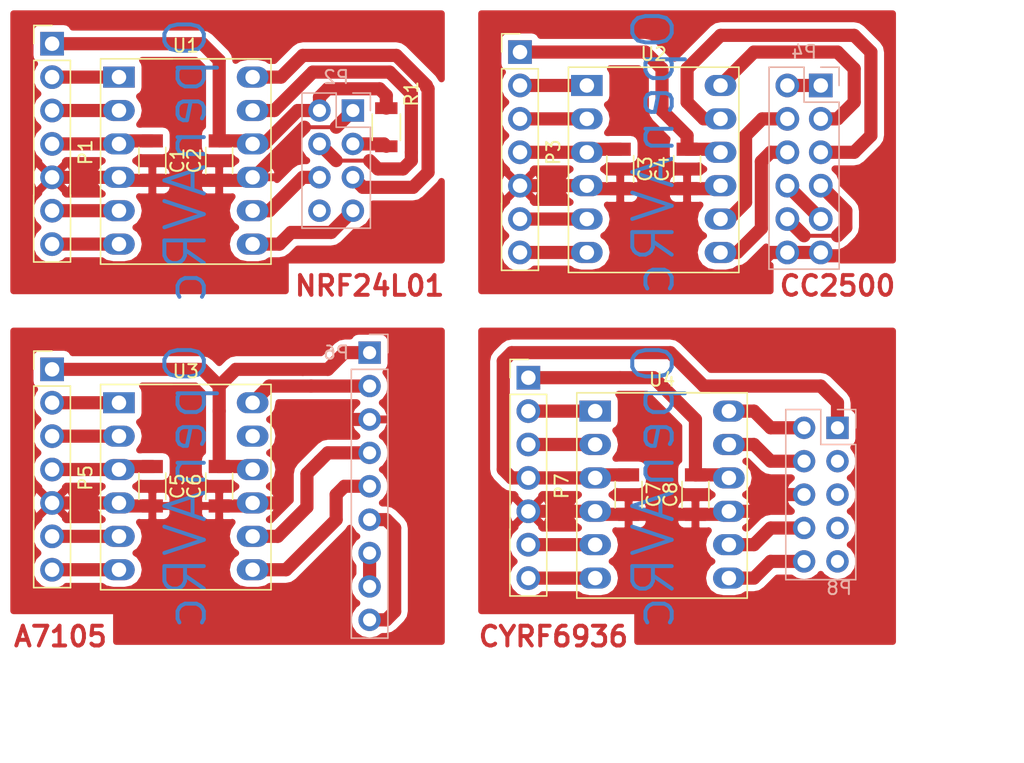
<source format=kicad_pcb>
(kicad_pcb (version 4) (host pcbnew 4.0.7)

  (general
    (links 78)
    (no_connects 0)
    (area 107.849999 63.399999 189.459999 123.350001)
    (thickness 1.6)
    (drawings 51)
    (tracks 211)
    (zones 0)
    (modules 21)
    (nets 50)
  )

  (page A4)
  (layers
    (0 F.Cu signal)
    (31 B.Cu signal)
    (32 B.Adhes user hide)
    (33 F.Adhes user hide)
    (34 B.Paste user hide)
    (35 F.Paste user hide)
    (36 B.SilkS user)
    (37 F.SilkS user hide)
    (38 B.Mask user hide)
    (39 F.Mask user hide)
    (40 Dwgs.User user hide)
    (41 Cmts.User user hide)
    (42 Eco1.User user hide)
    (43 Eco2.User user hide)
    (44 Edge.Cuts user hide)
    (45 Margin user hide)
    (46 B.CrtYd user hide)
    (47 F.CrtYd user hide)
    (48 B.Fab user)
    (49 F.Fab user hide)
  )

  (setup
    (last_trace_width 1)
    (user_trace_width 0.3)
    (user_trace_width 1)
    (trace_clearance 0.2)
    (zone_clearance 0.5)
    (zone_45_only yes)
    (trace_min 0.3)
    (segment_width 0.2)
    (edge_width 0.15)
    (via_size 0.6)
    (via_drill 0.4)
    (via_min_size 0.4)
    (via_min_drill 0.3)
    (uvia_size 0.3)
    (uvia_drill 0.1)
    (uvias_allowed no)
    (uvia_min_size 0.2)
    (uvia_min_drill 0.1)
    (pcb_text_width 0.3)
    (pcb_text_size 1.5 1.5)
    (mod_edge_width 0.15)
    (mod_text_size 1 1)
    (mod_text_width 0.15)
    (pad_size 1.524 1.524)
    (pad_drill 0.762)
    (pad_to_mask_clearance 0.2)
    (aux_axis_origin 107.95 113.03)
    (grid_origin 107.95 113.03)
    (visible_elements 7FFFFFFF)
    (pcbplotparams
      (layerselection 0x30000_00000000)
      (usegerberextensions false)
      (excludeedgelayer true)
      (linewidth 0.100000)
      (plotframeref false)
      (viasonmask false)
      (mode 1)
      (useauxorigin false)
      (hpglpennumber 1)
      (hpglpenspeed 20)
      (hpglpendiameter 15)
      (hpglpenoverlay 2)
      (psnegative false)
      (psa4output false)
      (plotreference true)
      (plotvalue true)
      (plotinvisibletext false)
      (padsonsilk false)
      (subtractmaskfromsilk false)
      (outputformat 4)
      (mirror false)
      (drillshape 0)
      (scaleselection 1)
      (outputdirectory Gerber/))
  )

  (net 0 "")
  (net 1 +5V)
  (net 2 GND)
  (net 3 +3.3V)
  (net 4 "Net-(P2-Pad7)")
  (net 5 "Net-(P2-Pad6)")
  (net 6 "Net-(P2-Pad4)")
  (net 7 "Net-(P2-Pad5)")
  (net 8 "Net-(P4-Pad6)")
  (net 9 "Net-(P4-Pad4)")
  (net 10 "Net-(P4-Pad5)")
  (net 11 "Net-(P4-Pad3)")
  (net 12 "Net-(P4-Pad1)")
  (net 13 "Net-(P4-Pad10)")
  (net 14 "Net-(P4-Pad8)")
  (net 15 "Net-(P1-Pad6)")
  (net 16 "Net-(P1-Pad2)")
  (net 17 "Net-(P1-Pad3)")
  (net 18 "Net-(P3-Pad6)")
  (net 19 "Net-(P3-Pad2)")
  (net 20 "Net-(P3-Pad3)")
  (net 21 "Net-(P1-Pad7)")
  (net 22 "Net-(P3-Pad7)")
  (net 23 +5VP)
  (net 24 +3.3VADC)
  (net 25 GNDA)
  (net 26 "Net-(P2-Pad3)")
  (net 27 +5VD)
  (net 28 DGND)
  (net 29 +3.3VP)
  (net 30 "Net-(P5-Pad6)")
  (net 31 "Net-(P5-Pad2)")
  (net 32 "Net-(P5-Pad3)")
  (net 33 "Net-(P5-Pad7)")
  (net 34 "Net-(P6-Pad5)")
  (net 35 "Net-(P6-Pad4)")
  (net 36 "Net-(P6-Pad2)")
  (net 37 "Net-(P6-Pad6)")
  (net 38 "Net-(P6-Pad7)")
  (net 39 +5C)
  (net 40 AGND)
  (net 41 +3.3VDAC)
  (net 42 "Net-(P7-Pad6)")
  (net 43 "Net-(P7-Pad2)")
  (net 44 "Net-(P7-Pad3)")
  (net 45 "Net-(P7-Pad7)")
  (net 46 "Net-(P8-Pad2)")
  (net 47 "Net-(P8-Pad4)")
  (net 48 "Net-(P8-Pad8)")
  (net 49 "Net-(P8-Pad10)")

  (net_class Default "Ceci est la Netclass par défaut"
    (clearance 0.2)
    (trace_width 1)
    (via_dia 0.6)
    (via_drill 0.4)
    (uvia_dia 0.3)
    (uvia_drill 0.1)
    (add_net +3.3V)
    (add_net +3.3VADC)
    (add_net +3.3VDAC)
    (add_net +3.3VP)
    (add_net +5C)
    (add_net +5V)
    (add_net +5VD)
    (add_net +5VP)
    (add_net AGND)
    (add_net DGND)
    (add_net GND)
    (add_net GNDA)
    (add_net "Net-(P1-Pad2)")
    (add_net "Net-(P1-Pad3)")
    (add_net "Net-(P1-Pad6)")
    (add_net "Net-(P1-Pad7)")
    (add_net "Net-(P2-Pad3)")
    (add_net "Net-(P2-Pad4)")
    (add_net "Net-(P2-Pad5)")
    (add_net "Net-(P2-Pad6)")
    (add_net "Net-(P2-Pad7)")
    (add_net "Net-(P3-Pad2)")
    (add_net "Net-(P3-Pad3)")
    (add_net "Net-(P3-Pad6)")
    (add_net "Net-(P3-Pad7)")
    (add_net "Net-(P4-Pad1)")
    (add_net "Net-(P4-Pad10)")
    (add_net "Net-(P4-Pad3)")
    (add_net "Net-(P4-Pad4)")
    (add_net "Net-(P4-Pad5)")
    (add_net "Net-(P4-Pad6)")
    (add_net "Net-(P4-Pad8)")
    (add_net "Net-(P5-Pad2)")
    (add_net "Net-(P5-Pad3)")
    (add_net "Net-(P5-Pad6)")
    (add_net "Net-(P5-Pad7)")
    (add_net "Net-(P6-Pad2)")
    (add_net "Net-(P6-Pad4)")
    (add_net "Net-(P6-Pad5)")
    (add_net "Net-(P6-Pad6)")
    (add_net "Net-(P6-Pad7)")
    (add_net "Net-(P7-Pad2)")
    (add_net "Net-(P7-Pad3)")
    (add_net "Net-(P7-Pad6)")
    (add_net "Net-(P7-Pad7)")
    (add_net "Net-(P8-Pad10)")
    (add_net "Net-(P8-Pad2)")
    (add_net "Net-(P8-Pad4)")
    (add_net "Net-(P8-Pad8)")
  )

  (module Pin_Header_Straight_1x07_Pitch2.54mm (layer F.Cu) (tedit 5B811CAE) (tstamp 5B8113F7)
    (at 147.955 92.075)
    (descr "Through hole straight pin header, 1x05, 2.54mm pitch, single row")
    (tags "Through hole pin header THT 1x05 2.54mm single row")
    (path /5B812A07)
    (fp_text reference P7 (at 2.54 8.255 90) (layer F.SilkS)
      (effects (font (size 1 1) (thickness 0.15)))
    )
    (fp_text value CONN_01X07 (at -2.54 6.985 90) (layer F.Fab)
      (effects (font (size 1 1) (thickness 0.15)))
    )
    (fp_line (start -1.27 11.43) (end -1.27 16.51) (layer F.Fab) (width 0.1))
    (fp_line (start -1.27 16.51) (end 1.27 16.51) (layer F.Fab) (width 0.1))
    (fp_line (start 1.27 16.51) (end 1.27 11.43) (layer F.Fab) (width 0.1))
    (fp_line (start -1.6 11.7) (end -1.6 16.8) (layer F.CrtYd) (width 0.05))
    (fp_line (start -1.6 16.8) (end 1.6 16.8) (layer F.CrtYd) (width 0.05))
    (fp_line (start 1.6 16.8) (end 1.6 11.7) (layer F.CrtYd) (width 0.05))
    (fp_line (start 1.4 11.5) (end 1.4 16.6) (layer F.SilkS) (width 0.12))
    (fp_line (start 1.4 16.6) (end -1.4 16.6) (layer F.SilkS) (width 0.12))
    (fp_line (start -1.4 16.6) (end -1.4 11.5) (layer F.SilkS) (width 0.12))
    (fp_text user P7 (at 0 8.255) (layer F.Fab)
      (effects (font (size 1 1) (thickness 0.15)))
    )
    (fp_line (start -1.27 -1.27) (end -1.27 11.43) (layer F.Fab) (width 0.1))
    (fp_line (start 1.27 11.43) (end 1.27 -1.27) (layer F.Fab) (width 0.1))
    (fp_line (start 1.27 -1.27) (end -1.27 -1.27) (layer F.Fab) (width 0.1))
    (fp_line (start -1.39 1.27) (end -1.39 11.55) (layer F.SilkS) (width 0.12))
    (fp_line (start 1.39 11.55) (end 1.39 1.27) (layer F.SilkS) (width 0.12))
    (fp_line (start 1.39 1.27) (end -1.39 1.27) (layer F.SilkS) (width 0.12))
    (fp_line (start -1.39 0) (end -1.39 -1.39) (layer F.SilkS) (width 0.12))
    (fp_line (start -1.39 -1.39) (end 0 -1.39) (layer F.SilkS) (width 0.12))
    (fp_line (start -1.6 -1.6) (end -1.6 11.7) (layer F.CrtYd) (width 0.05))
    (fp_line (start 1.6 11.7) (end 1.6 -1.6) (layer F.CrtYd) (width 0.05))
    (fp_line (start 1.6 -1.6) (end -1.6 -1.6) (layer F.CrtYd) (width 0.05))
    (pad 7 thru_hole circle (at 0 15.24) (size 1.8 1.8) (drill 1.1) (layers *.Cu *.Mask)
      (net 45 "Net-(P7-Pad7)"))
    (pad 6 thru_hole circle (at 0 12.7) (size 1.8 1.8) (drill 1.1) (layers *.Cu *.Mask)
      (net 42 "Net-(P7-Pad6)"))
    (pad 1 thru_hole rect (at 0 0) (size 1.8 1.8) (drill 1.1) (layers *.Cu *.Mask)
      (net 41 +3.3VDAC))
    (pad 2 thru_hole circle (at 0 2.54) (size 1.8 1.8) (drill 1.1) (layers *.Cu *.Mask)
      (net 43 "Net-(P7-Pad2)"))
    (pad 3 thru_hole circle (at 0 5.08) (size 1.8 1.8) (drill 1.1) (layers *.Cu *.Mask)
      (net 44 "Net-(P7-Pad3)"))
    (pad 4 thru_hole circle (at 0 7.62) (size 1.8 1.8) (drill 1.1) (layers *.Cu *.Mask)
      (net 39 +5C))
    (pad 5 thru_hole circle (at 0 10.16) (size 1.8 1.8) (drill 1.1) (layers *.Cu *.Mask)
      (net 40 AGND))
    (model Pin_Headers.3dshapes/Pin_Header_Straight_1x05_Pitch2.54mm.wrl
      (at (xyz 0 -0.2 0))
      (scale (xyz 1 1 1))
      (rotate (xyz 0 0 90))
    )
  )

  (module Shield_Lib:Pin_Header_Straight_2x05_Pitch2.54mm (layer B.Cu) (tedit 5B811CD4) (tstamp 5B88696D)
    (at 170.18 69.85 180)
    (descr "Through hole straight pin header, 2x05, 2.54mm pitch, double rows")
    (tags "Through hole pin header THT 2x05 2.54mm double row")
    (path /5B80123F)
    (fp_text reference P4 (at 1.27 2.54 180) (layer B.SilkS)
      (effects (font (size 1 1) (thickness 0.15)) (justify mirror))
    )
    (fp_text value CONN_01X12 (at -2.54 -5.715 450) (layer B.Fab)
      (effects (font (size 1 1) (thickness 0.15)) (justify mirror))
    )
    (fp_line (start -1.27 -11.43) (end -1.27 -13.97) (layer B.Fab) (width 0.1))
    (fp_line (start -1.27 -13.97) (end 3.81 -13.97) (layer B.Fab) (width 0.1))
    (fp_line (start 3.81 -13.97) (end 3.81 -11.43) (layer B.Fab) (width 0.1))
    (fp_line (start -1.397 -11.557) (end -1.397 -13.97) (layer B.SilkS) (width 0.12))
    (fp_line (start -1.397 -13.97) (end 3.937 -13.97) (layer B.SilkS) (width 0.12))
    (fp_line (start 3.937 -13.97) (end 3.937 -11.557) (layer B.SilkS) (width 0.12))
    (fp_line (start -1.6 -14) (end -1.6 1.6) (layer B.CrtYd) (width 0.05))
    (fp_line (start 4.1 -11.7) (end 4.1 -14) (layer B.CrtYd) (width 0.05))
    (fp_line (start -1.27 1.27) (end -1.27 -11.43) (layer B.Fab) (width 0.1))
    (fp_line (start 3.81 -11.43) (end 3.81 1.27) (layer B.Fab) (width 0.1))
    (fp_line (start 3.81 1.27) (end -1.27 1.27) (layer B.Fab) (width 0.1))
    (fp_line (start -1.39 -1.27) (end -1.39 -11.55) (layer B.SilkS) (width 0.12))
    (fp_line (start 3.93 -11.55) (end 3.93 1.39) (layer B.SilkS) (width 0.12))
    (fp_line (start 3.93 1.39) (end 1.27 1.39) (layer B.SilkS) (width 0.12))
    (fp_line (start 1.27 1.39) (end 1.27 -1.27) (layer B.SilkS) (width 0.12))
    (fp_line (start 1.27 -1.27) (end -1.39 -1.27) (layer B.SilkS) (width 0.12))
    (fp_line (start -1.39 0) (end -1.39 1.39) (layer B.SilkS) (width 0.12))
    (fp_line (start -1.39 1.39) (end 0 1.39) (layer B.SilkS) (width 0.12))
    (fp_line (start -1.6 -14) (end 4.1 -14) (layer B.CrtYd) (width 0.05))
    (fp_line (start 4.1 -11.7) (end 4.1 1.6) (layer B.CrtYd) (width 0.05))
    (fp_line (start 4.1 1.6) (end -1.6 1.6) (layer B.CrtYd) (width 0.05))
    (pad 12 thru_hole circle (at 2.54 -12.7 180) (size 1.8 1.8) (drill 1.1) (layers *.Cu *.Mask)
      (net 2 GND))
    (pad 11 thru_hole circle (at 0 -12.7 180) (size 1.8 1.8) (drill 1.1) (layers *.Cu *.Mask)
      (net 2 GND))
    (pad 1 thru_hole rect (at 0 0 180) (size 1.8 1.8) (drill 1.1) (layers *.Cu *.Mask)
      (net 12 "Net-(P4-Pad1)"))
    (pad 2 thru_hole circle (at 2.54 0 180) (size 1.8 1.8) (drill 1.1) (layers *.Cu *.Mask)
      (net 12 "Net-(P4-Pad1)"))
    (pad 3 thru_hole circle (at 0 -2.54 180) (size 1.8 1.8) (drill 1.1) (layers *.Cu *.Mask)
      (net 11 "Net-(P4-Pad3)"))
    (pad 4 thru_hole circle (at 2.54 -2.54 180) (size 1.8 1.8) (drill 1.1) (layers *.Cu *.Mask)
      (net 9 "Net-(P4-Pad4)"))
    (pad 5 thru_hole circle (at 0 -5.08 180) (size 1.8 1.8) (drill 1.1) (layers *.Cu *.Mask)
      (net 10 "Net-(P4-Pad5)"))
    (pad 6 thru_hole circle (at 2.54 -5.08 180) (size 1.8 1.8) (drill 1.1) (layers *.Cu *.Mask)
      (net 8 "Net-(P4-Pad6)"))
    (pad 7 thru_hole circle (at 0 -7.62 180) (size 1.8 1.8) (drill 1.1) (layers *.Cu *.Mask)
      (net 13 "Net-(P4-Pad10)"))
    (pad 8 thru_hole circle (at 2.54 -7.62 180) (size 1.8 1.8) (drill 1.1) (layers *.Cu *.Mask)
      (net 14 "Net-(P4-Pad8)"))
    (pad 9 thru_hole circle (at 0 -10.16 180) (size 1.8 1.8) (drill 1.1) (layers *.Cu *.Mask)
      (net 14 "Net-(P4-Pad8)"))
    (pad 10 thru_hole circle (at 2.54 -10.16 180) (size 1.8 1.8) (drill 1.1) (layers *.Cu *.Mask)
      (net 13 "Net-(P4-Pad10)"))
    (model Pin_Headers.3dshapes/Pin_Header_Straight_2x05_Pitch2.54mm.wrl
      (at (xyz 0.05 -0.2 0))
      (scale (xyz 1 1 1))
      (rotate (xyz 0 0 90))
    )
  )

  (module Pin_Header_Straight_1x07_Pitch2.54mm (layer F.Cu) (tedit 5B811C74) (tstamp 5B810E78)
    (at 111.76 91.44)
    (descr "Through hole straight pin header, 1x05, 2.54mm pitch, single row")
    (tags "Through hole pin header THT 1x05 2.54mm single row")
    (path /5B810C78)
    (fp_text reference P5 (at 2.54 8.255 90) (layer F.SilkS)
      (effects (font (size 1 1) (thickness 0.15)))
    )
    (fp_text value CONN_01X07 (at -2.54 7.62 90) (layer F.Fab)
      (effects (font (size 1 1) (thickness 0.15)))
    )
    (fp_line (start -1.27 11.43) (end -1.27 16.51) (layer F.Fab) (width 0.1))
    (fp_line (start -1.27 16.51) (end 1.27 16.51) (layer F.Fab) (width 0.1))
    (fp_line (start 1.27 16.51) (end 1.27 11.43) (layer F.Fab) (width 0.1))
    (fp_line (start -1.6 11.7) (end -1.6 16.8) (layer F.CrtYd) (width 0.05))
    (fp_line (start -1.6 16.8) (end 1.6 16.8) (layer F.CrtYd) (width 0.05))
    (fp_line (start 1.6 16.8) (end 1.6 11.7) (layer F.CrtYd) (width 0.05))
    (fp_line (start 1.4 11.5) (end 1.4 16.6) (layer F.SilkS) (width 0.12))
    (fp_line (start 1.4 16.6) (end -1.4 16.6) (layer F.SilkS) (width 0.12))
    (fp_line (start -1.4 16.6) (end -1.4 11.5) (layer F.SilkS) (width 0.12))
    (fp_text user P5 (at 0 8.255) (layer F.Fab)
      (effects (font (size 1 1) (thickness 0.15)))
    )
    (fp_line (start -1.27 -1.27) (end -1.27 11.43) (layer F.Fab) (width 0.1))
    (fp_line (start 1.27 11.43) (end 1.27 -1.27) (layer F.Fab) (width 0.1))
    (fp_line (start 1.27 -1.27) (end -1.27 -1.27) (layer F.Fab) (width 0.1))
    (fp_line (start -1.39 1.27) (end -1.39 11.55) (layer F.SilkS) (width 0.12))
    (fp_line (start 1.39 11.55) (end 1.39 1.27) (layer F.SilkS) (width 0.12))
    (fp_line (start 1.39 1.27) (end -1.39 1.27) (layer F.SilkS) (width 0.12))
    (fp_line (start -1.39 0) (end -1.39 -1.39) (layer F.SilkS) (width 0.12))
    (fp_line (start -1.39 -1.39) (end 0 -1.39) (layer F.SilkS) (width 0.12))
    (fp_line (start -1.6 -1.6) (end -1.6 11.7) (layer F.CrtYd) (width 0.05))
    (fp_line (start 1.6 11.7) (end 1.6 -1.6) (layer F.CrtYd) (width 0.05))
    (fp_line (start 1.6 -1.6) (end -1.6 -1.6) (layer F.CrtYd) (width 0.05))
    (pad 7 thru_hole circle (at 0 15.24) (size 1.8 1.8) (drill 1.1) (layers *.Cu *.Mask)
      (net 33 "Net-(P5-Pad7)"))
    (pad 6 thru_hole circle (at 0 12.7) (size 1.8 1.8) (drill 1.1) (layers *.Cu *.Mask)
      (net 30 "Net-(P5-Pad6)"))
    (pad 1 thru_hole rect (at 0 0) (size 1.8 1.8) (drill 1.1) (layers *.Cu *.Mask)
      (net 29 +3.3VP))
    (pad 2 thru_hole circle (at 0 2.54) (size 1.8 1.8) (drill 1.1) (layers *.Cu *.Mask)
      (net 31 "Net-(P5-Pad2)"))
    (pad 3 thru_hole circle (at 0 5.08) (size 1.8 1.8) (drill 1.1) (layers *.Cu *.Mask)
      (net 32 "Net-(P5-Pad3)"))
    (pad 4 thru_hole circle (at 0 7.62) (size 1.8 1.8) (drill 1.1) (layers *.Cu *.Mask)
      (net 27 +5VD))
    (pad 5 thru_hole circle (at 0 10.16) (size 1.8 1.8) (drill 1.1) (layers *.Cu *.Mask)
      (net 28 DGND))
    (model Pin_Headers.3dshapes/Pin_Header_Straight_1x05_Pitch2.54mm.wrl
      (at (xyz 0 -0.2 0))
      (scale (xyz 1 1 1))
      (rotate (xyz 0 0 90))
    )
  )

  (module Shield_Lib:Pin_Header_Straight_1x05_Pitch2.54mm (layer F.Cu) (tedit 5B811C7F) (tstamp 5B88717E)
    (at 147.32 67.31)
    (descr "Through hole straight pin header, 1x05, 2.54mm pitch, single row")
    (tags "Through hole pin header THT 1x05 2.54mm single row")
    (path /5B8013B0)
    (fp_text reference P3 (at 2.54 7.62 90) (layer F.SilkS)
      (effects (font (size 1 1) (thickness 0.15)))
    )
    (fp_text value CONN_01X07 (at -2.54 7.62 90) (layer F.Fab)
      (effects (font (size 1 1) (thickness 0.15)))
    )
    (fp_line (start -1.27 11.43) (end -1.27 16.51) (layer F.Fab) (width 0.1))
    (fp_line (start -1.27 16.51) (end 1.27 16.51) (layer F.Fab) (width 0.1))
    (fp_line (start 1.27 16.51) (end 1.27 11.43) (layer F.Fab) (width 0.1))
    (fp_line (start -1.6 11.7) (end -1.6 16.8) (layer F.CrtYd) (width 0.05))
    (fp_line (start -1.6 16.8) (end 1.6 16.8) (layer F.CrtYd) (width 0.05))
    (fp_line (start 1.6 16.8) (end 1.6 11.7) (layer F.CrtYd) (width 0.05))
    (fp_line (start 1.4 11.5) (end 1.4 16.6) (layer F.SilkS) (width 0.12))
    (fp_line (start 1.4 16.6) (end -1.4 16.6) (layer F.SilkS) (width 0.12))
    (fp_line (start -1.4 16.6) (end -1.4 11.5) (layer F.SilkS) (width 0.12))
    (fp_text user P3 (at 0 8.255) (layer F.Fab)
      (effects (font (size 1 1) (thickness 0.15)))
    )
    (fp_line (start -1.27 -1.27) (end -1.27 11.43) (layer F.Fab) (width 0.1))
    (fp_line (start 1.27 11.43) (end 1.27 -1.27) (layer F.Fab) (width 0.1))
    (fp_line (start 1.27 -1.27) (end -1.27 -1.27) (layer F.Fab) (width 0.1))
    (fp_line (start -1.39 1.27) (end -1.39 11.55) (layer F.SilkS) (width 0.12))
    (fp_line (start 1.39 11.55) (end 1.39 1.27) (layer F.SilkS) (width 0.12))
    (fp_line (start 1.39 1.27) (end -1.39 1.27) (layer F.SilkS) (width 0.12))
    (fp_line (start -1.39 0) (end -1.39 -1.39) (layer F.SilkS) (width 0.12))
    (fp_line (start -1.39 -1.39) (end 0 -1.39) (layer F.SilkS) (width 0.12))
    (fp_line (start -1.6 -1.6) (end -1.6 11.7) (layer F.CrtYd) (width 0.05))
    (fp_line (start 1.6 11.7) (end 1.6 -1.6) (layer F.CrtYd) (width 0.05))
    (fp_line (start 1.6 -1.6) (end -1.6 -1.6) (layer F.CrtYd) (width 0.05))
    (pad 7 thru_hole circle (at 0 15.24) (size 1.8 1.8) (drill 1.1) (layers *.Cu *.Mask)
      (net 22 "Net-(P3-Pad7)"))
    (pad 6 thru_hole circle (at 0 12.7) (size 1.8 1.8) (drill 1.1) (layers *.Cu *.Mask)
      (net 18 "Net-(P3-Pad6)"))
    (pad 1 thru_hole rect (at 0 0) (size 1.8 1.8) (drill 1.1) (layers *.Cu *.Mask)
      (net 3 +3.3V))
    (pad 2 thru_hole circle (at 0 2.54) (size 1.8 1.8) (drill 1.1) (layers *.Cu *.Mask)
      (net 19 "Net-(P3-Pad2)"))
    (pad 3 thru_hole circle (at 0 5.08) (size 1.8 1.8) (drill 1.1) (layers *.Cu *.Mask)
      (net 20 "Net-(P3-Pad3)"))
    (pad 4 thru_hole circle (at 0 7.62) (size 1.8 1.8) (drill 1.1) (layers *.Cu *.Mask)
      (net 1 +5V))
    (pad 5 thru_hole circle (at 0 10.16) (size 1.8 1.8) (drill 1.1) (layers *.Cu *.Mask)
      (net 2 GND))
    (model Pin_Headers.3dshapes/Pin_Header_Straight_1x05_Pitch2.54mm.wrl
      (at (xyz 0 -0.2 0))
      (scale (xyz 1 1 1))
      (rotate (xyz 0 0 90))
    )
  )

  (module Pin_Header_Straight_1x07_Pitch2.54mm (layer F.Cu) (tedit 5B811C79) (tstamp 5B802851)
    (at 111.76 66.675)
    (descr "Through hole straight pin header, 1x05, 2.54mm pitch, single row")
    (tags "Through hole pin header THT 1x05 2.54mm single row")
    (path /5B8003DA)
    (fp_text reference P1 (at 2.54 8.255 90) (layer F.SilkS)
      (effects (font (size 1 1) (thickness 0.15)))
    )
    (fp_text value CONN_01X07 (at -2.54 8.255 90) (layer F.Fab)
      (effects (font (size 1 1) (thickness 0.15)))
    )
    (fp_line (start -1.27 11.43) (end -1.27 16.51) (layer F.Fab) (width 0.1))
    (fp_line (start -1.27 16.51) (end 1.27 16.51) (layer F.Fab) (width 0.1))
    (fp_line (start 1.27 16.51) (end 1.27 11.43) (layer F.Fab) (width 0.1))
    (fp_line (start -1.6 11.7) (end -1.6 16.8) (layer F.CrtYd) (width 0.05))
    (fp_line (start -1.6 16.8) (end 1.6 16.8) (layer F.CrtYd) (width 0.05))
    (fp_line (start 1.6 16.8) (end 1.6 11.7) (layer F.CrtYd) (width 0.05))
    (fp_line (start 1.4 11.5) (end 1.4 16.6) (layer F.SilkS) (width 0.12))
    (fp_line (start 1.4 16.6) (end -1.4 16.6) (layer F.SilkS) (width 0.12))
    (fp_line (start -1.4 16.6) (end -1.4 11.5) (layer F.SilkS) (width 0.12))
    (fp_text user P1 (at 0 7.62) (layer F.Fab)
      (effects (font (size 1 1) (thickness 0.15)))
    )
    (fp_line (start -1.27 -1.27) (end -1.27 11.43) (layer F.Fab) (width 0.1))
    (fp_line (start 1.27 11.43) (end 1.27 -1.27) (layer F.Fab) (width 0.1))
    (fp_line (start 1.27 -1.27) (end -1.27 -1.27) (layer F.Fab) (width 0.1))
    (fp_line (start -1.39 1.27) (end -1.39 11.55) (layer F.SilkS) (width 0.12))
    (fp_line (start 1.39 11.55) (end 1.39 1.27) (layer F.SilkS) (width 0.12))
    (fp_line (start 1.39 1.27) (end -1.39 1.27) (layer F.SilkS) (width 0.12))
    (fp_line (start -1.39 0) (end -1.39 -1.39) (layer F.SilkS) (width 0.12))
    (fp_line (start -1.39 -1.39) (end 0 -1.39) (layer F.SilkS) (width 0.12))
    (fp_line (start -1.6 -1.6) (end -1.6 11.7) (layer F.CrtYd) (width 0.05))
    (fp_line (start 1.6 11.7) (end 1.6 -1.6) (layer F.CrtYd) (width 0.05))
    (fp_line (start 1.6 -1.6) (end -1.6 -1.6) (layer F.CrtYd) (width 0.05))
    (pad 7 thru_hole circle (at 0 15.24) (size 1.8 1.8) (drill 1.1) (layers *.Cu *.Mask)
      (net 21 "Net-(P1-Pad7)"))
    (pad 6 thru_hole circle (at 0 12.7) (size 1.8 1.8) (drill 1.1) (layers *.Cu *.Mask)
      (net 15 "Net-(P1-Pad6)"))
    (pad 1 thru_hole rect (at 0 0) (size 1.8 1.8) (drill 1.1) (layers *.Cu *.Mask)
      (net 24 +3.3VADC))
    (pad 2 thru_hole circle (at 0 2.54) (size 1.8 1.8) (drill 1.1) (layers *.Cu *.Mask)
      (net 16 "Net-(P1-Pad2)"))
    (pad 3 thru_hole circle (at 0 5.08) (size 1.8 1.8) (drill 1.1) (layers *.Cu *.Mask)
      (net 17 "Net-(P1-Pad3)"))
    (pad 4 thru_hole circle (at 0 7.62) (size 1.8 1.8) (drill 1.1) (layers *.Cu *.Mask)
      (net 23 +5VP))
    (pad 5 thru_hole circle (at 0 10.16) (size 1.8 1.8) (drill 1.1) (layers *.Cu *.Mask)
      (net 25 GNDA))
    (model Pin_Headers.3dshapes/Pin_Header_Straight_1x05_Pitch2.54mm.wrl
      (at (xyz 0 -0.2 0))
      (scale (xyz 1 1 1))
      (rotate (xyz 0 0 90))
    )
  )

  (module C_1206 (layer F.Cu) (tedit 5B811BD9) (tstamp 5B82E292)
    (at 119.38 75.565 270)
    (descr "Capacitor SMD 1206, reflow soldering, AVX (see smccp.pdf)")
    (tags "capacitor 1206")
    (path /5B8028D5)
    (attr smd)
    (fp_text reference C1 (at 0 -1.905 270) (layer F.SilkS)
      (effects (font (size 1 1) (thickness 0.15)))
    )
    (fp_text value 100nF (at 0 -1.905 270) (layer F.Fab)
      (effects (font (size 1 1) (thickness 0.15)))
    )
    (fp_text user %R (at 0 0 270) (layer F.Fab)
      (effects (font (size 1 1) (thickness 0.15)))
    )
    (fp_line (start -1.6 0.8) (end -1.6 -0.8) (layer F.Fab) (width 0.1))
    (fp_line (start 1.6 0.8) (end -1.6 0.8) (layer F.Fab) (width 0.1))
    (fp_line (start 1.6 -0.8) (end 1.6 0.8) (layer F.Fab) (width 0.1))
    (fp_line (start -1.6 -0.8) (end 1.6 -0.8) (layer F.Fab) (width 0.1))
    (fp_line (start 1 -1.02) (end -1 -1.02) (layer F.SilkS) (width 0.12))
    (fp_line (start -1 1.02) (end 1 1.02) (layer F.SilkS) (width 0.12))
    (fp_line (start -2.25 -1.05) (end 2.25 -1.05) (layer F.CrtYd) (width 0.05))
    (fp_line (start -2.25 -1.05) (end -2.25 1.05) (layer F.CrtYd) (width 0.05))
    (fp_line (start 2.25 1.05) (end 2.25 -1.05) (layer F.CrtYd) (width 0.05))
    (fp_line (start 2.25 1.05) (end -2.25 1.05) (layer F.CrtYd) (width 0.05))
    (pad 1 smd rect (at -1.5 0 270) (size 1 1.6) (layers F.Cu F.Paste F.Mask)
      (net 23 +5VP))
    (pad 2 smd rect (at 1.5 0 270) (size 1 1.6) (layers F.Cu F.Paste F.Mask)
      (net 25 GNDA))
    (model Capacitors_SMD.3dshapes/C_1206.wrl
      (at (xyz 0 0 0))
      (scale (xyz 1 1 1))
      (rotate (xyz 0 0 0))
    )
  )

  (module C_1206 (layer F.Cu) (tedit 5B811BD6) (tstamp 5B82E2A3)
    (at 124.46 75.565 270)
    (descr "Capacitor SMD 1206, reflow soldering, AVX (see smccp.pdf)")
    (tags "capacitor 1206")
    (path /5B8026A8)
    (attr smd)
    (fp_text reference C2 (at 0 1.905 270) (layer F.SilkS)
      (effects (font (size 1 1) (thickness 0.15)))
    )
    (fp_text value 100nF (at 0 1.905 270) (layer F.Fab)
      (effects (font (size 1 1) (thickness 0.15)))
    )
    (fp_text user %R (at 0 0 270) (layer F.Fab)
      (effects (font (size 1 1) (thickness 0.15)))
    )
    (fp_line (start -1.6 0.8) (end -1.6 -0.8) (layer F.Fab) (width 0.1))
    (fp_line (start 1.6 0.8) (end -1.6 0.8) (layer F.Fab) (width 0.1))
    (fp_line (start 1.6 -0.8) (end 1.6 0.8) (layer F.Fab) (width 0.1))
    (fp_line (start -1.6 -0.8) (end 1.6 -0.8) (layer F.Fab) (width 0.1))
    (fp_line (start 1 -1.02) (end -1 -1.02) (layer F.SilkS) (width 0.12))
    (fp_line (start -1 1.02) (end 1 1.02) (layer F.SilkS) (width 0.12))
    (fp_line (start -2.25 -1.05) (end 2.25 -1.05) (layer F.CrtYd) (width 0.05))
    (fp_line (start -2.25 -1.05) (end -2.25 1.05) (layer F.CrtYd) (width 0.05))
    (fp_line (start 2.25 1.05) (end 2.25 -1.05) (layer F.CrtYd) (width 0.05))
    (fp_line (start 2.25 1.05) (end -2.25 1.05) (layer F.CrtYd) (width 0.05))
    (pad 1 smd rect (at -1.5 0 270) (size 1 1.6) (layers F.Cu F.Paste F.Mask)
      (net 24 +3.3VADC))
    (pad 2 smd rect (at 1.5 0 270) (size 1 1.6) (layers F.Cu F.Paste F.Mask)
      (net 25 GNDA))
    (model Capacitors_SMD.3dshapes/C_1206.wrl
      (at (xyz 0 0 0))
      (scale (xyz 1 1 1))
      (rotate (xyz 0 0 0))
    )
  )

  (module C_1206 (layer F.Cu) (tedit 5B811C48) (tstamp 5B82E2B4)
    (at 154.94 76.2 270)
    (descr "Capacitor SMD 1206, reflow soldering, AVX (see smccp.pdf)")
    (tags "capacitor 1206")
    (path /5B802B0D)
    (attr smd)
    (fp_text reference C3 (at 0 -1.905 270) (layer F.SilkS)
      (effects (font (size 1 1) (thickness 0.15)))
    )
    (fp_text value 100nF (at 0 -1.905 270) (layer F.Fab)
      (effects (font (size 1 1) (thickness 0.15)))
    )
    (fp_text user %R (at 0 0 270) (layer F.Fab)
      (effects (font (size 1 1) (thickness 0.15)))
    )
    (fp_line (start -1.6 0.8) (end -1.6 -0.8) (layer F.Fab) (width 0.1))
    (fp_line (start 1.6 0.8) (end -1.6 0.8) (layer F.Fab) (width 0.1))
    (fp_line (start 1.6 -0.8) (end 1.6 0.8) (layer F.Fab) (width 0.1))
    (fp_line (start -1.6 -0.8) (end 1.6 -0.8) (layer F.Fab) (width 0.1))
    (fp_line (start 1 -1.02) (end -1 -1.02) (layer F.SilkS) (width 0.12))
    (fp_line (start -1 1.02) (end 1 1.02) (layer F.SilkS) (width 0.12))
    (fp_line (start -2.25 -1.05) (end 2.25 -1.05) (layer F.CrtYd) (width 0.05))
    (fp_line (start -2.25 -1.05) (end -2.25 1.05) (layer F.CrtYd) (width 0.05))
    (fp_line (start 2.25 1.05) (end 2.25 -1.05) (layer F.CrtYd) (width 0.05))
    (fp_line (start 2.25 1.05) (end -2.25 1.05) (layer F.CrtYd) (width 0.05))
    (pad 1 smd rect (at -1.5 0 270) (size 1 1.6) (layers F.Cu F.Paste F.Mask)
      (net 1 +5V))
    (pad 2 smd rect (at 1.5 0 270) (size 1 1.6) (layers F.Cu F.Paste F.Mask)
      (net 2 GND))
    (model Capacitors_SMD.3dshapes/C_1206.wrl
      (at (xyz 0 0 0))
      (scale (xyz 1 1 1))
      (rotate (xyz 0 0 0))
    )
  )

  (module C_1206 (layer F.Cu) (tedit 5B811C4B) (tstamp 5B82E2C5)
    (at 160.02 76.2 270)
    (descr "Capacitor SMD 1206, reflow soldering, AVX (see smccp.pdf)")
    (tags "capacitor 1206")
    (path /5B802AFF)
    (attr smd)
    (fp_text reference C4 (at 0 1.905 270) (layer F.SilkS)
      (effects (font (size 1 1) (thickness 0.15)))
    )
    (fp_text value 100nF (at 0 2 270) (layer F.Fab)
      (effects (font (size 1 1) (thickness 0.15)))
    )
    (fp_text user %R (at 0 0 270) (layer F.Fab)
      (effects (font (size 1 1) (thickness 0.15)))
    )
    (fp_line (start -1.6 0.8) (end -1.6 -0.8) (layer F.Fab) (width 0.1))
    (fp_line (start 1.6 0.8) (end -1.6 0.8) (layer F.Fab) (width 0.1))
    (fp_line (start 1.6 -0.8) (end 1.6 0.8) (layer F.Fab) (width 0.1))
    (fp_line (start -1.6 -0.8) (end 1.6 -0.8) (layer F.Fab) (width 0.1))
    (fp_line (start 1 -1.02) (end -1 -1.02) (layer F.SilkS) (width 0.12))
    (fp_line (start -1 1.02) (end 1 1.02) (layer F.SilkS) (width 0.12))
    (fp_line (start -2.25 -1.05) (end 2.25 -1.05) (layer F.CrtYd) (width 0.05))
    (fp_line (start -2.25 -1.05) (end -2.25 1.05) (layer F.CrtYd) (width 0.05))
    (fp_line (start 2.25 1.05) (end 2.25 -1.05) (layer F.CrtYd) (width 0.05))
    (fp_line (start 2.25 1.05) (end -2.25 1.05) (layer F.CrtYd) (width 0.05))
    (pad 1 smd rect (at -1.5 0 270) (size 1 1.6) (layers F.Cu F.Paste F.Mask)
      (net 3 +3.3V))
    (pad 2 smd rect (at 1.5 0 270) (size 1 1.6) (layers F.Cu F.Paste F.Mask)
      (net 2 GND))
    (model Capacitors_SMD.3dshapes/C_1206.wrl
      (at (xyz 0 0 0))
      (scale (xyz 1 1 1))
      (rotate (xyz 0 0 0))
    )
  )

  (module Level_Convertissor_W10.16mm (layer F.Cu) (tedit 5B802D7A) (tstamp 5B82E2E8)
    (at 116.84 69.215)
    (descr "22-lead dip package, row spacing 10.16 mm (400 mils), Socket, LongPads")
    (tags "DIL DIP PDIP 2.54mm 10.16mm 400mil Socket LongPads")
    (path /5B80076F)
    (fp_text reference U1 (at 5.08 -2.39) (layer F.SilkS)
      (effects (font (size 1 1) (thickness 0.15)))
    )
    (fp_text value CON_5V_3-3V (at 5.08 15.24) (layer F.Fab)
      (effects (font (size 1 1) (thickness 0.15)))
    )
    (fp_line (start -1.651 -1.651) (end 11.684 -1.651) (layer F.CrtYd) (width 0.12))
    (fp_line (start 11.684 -1.651) (end 11.684 14.351) (layer F.CrtYd) (width 0.12))
    (fp_line (start 11.684 14.351) (end -1.524 14.351) (layer F.CrtYd) (width 0.12))
    (fp_line (start -1.524 14.351) (end -1.651 14.351) (layer F.CrtYd) (width 0.12))
    (fp_line (start -1.651 14.351) (end -1.651 -1.651) (layer F.CrtYd) (width 0.12))
    (fp_line (start -1.397 14.097) (end -1.397 14.224) (layer F.SilkS) (width 0.12))
    (fp_line (start -1.397 14.224) (end 11.557 14.224) (layer F.SilkS) (width 0.12))
    (fp_line (start -1.397 14.097) (end -1.397 -1.397) (layer F.SilkS) (width 0.12))
    (fp_line (start 11.557 14.224) (end 11.557 -1.397) (layer F.SilkS) (width 0.12))
    (fp_line (start -1.27 13.97) (end 11.43 13.97) (layer F.Fab) (width 0.12))
    (fp_line (start -1.27 -1.27) (end -1.27 13.97) (layer F.Fab) (width 0.12))
    (fp_line (start 11.43 13.97) (end 11.43 -1.27) (layer F.Fab) (width 0.12))
    (fp_line (start 9.017 -1.27) (end 9.779 -0.508) (layer F.Fab) (width 0.12))
    (fp_text user %R (at 5.08 12.7) (layer F.Fab)
      (effects (font (size 1 1) (thickness 0.15)))
    )
    (fp_line (start 1.51 -1.27) (end 9.65 -1.27) (layer F.Fab) (width 0.1))
    (fp_line (start 11.43 -1.27) (end -1.27 -1.27) (layer F.Fab) (width 0.1))
    (fp_line (start 4.08 -1.39) (end 1.44 -1.39) (layer F.SilkS) (width 0.12))
    (fp_line (start 8.72 -1.39) (end 6.08 -1.39) (layer F.SilkS) (width 0.12))
    (fp_line (start 11.55 -1.39) (end -1.39 -1.39) (layer F.SilkS) (width 0.12))
    (pad 12 thru_hole rect (at 0 0) (size 2.4 1.6) (drill 1.1) (layers *.Cu *.Mask)
      (net 16 "Net-(P1-Pad2)"))
    (pad 11 thru_hole oval (at 0 2.54) (size 2.4 1.6) (drill 1.1) (layers *.Cu *.Mask)
      (net 17 "Net-(P1-Pad3)"))
    (pad 10 thru_hole oval (at 0 5.08) (size 2.4 1.6) (drill 1.1) (layers *.Cu *.Mask)
      (net 23 +5VP))
    (pad 9 thru_hole oval (at 0 7.62) (size 2.4 1.6) (drill 1.1) (layers *.Cu *.Mask)
      (net 25 GNDA))
    (pad 8 thru_hole oval (at 0 10.16) (size 2.4 1.6) (drill 1.1) (layers *.Cu *.Mask)
      (net 15 "Net-(P1-Pad6)"))
    (pad 7 thru_hole oval (at 0 12.7) (size 2.4 1.6) (drill 1.1) (layers *.Cu *.Mask)
      (net 21 "Net-(P1-Pad7)"))
    (pad 6 thru_hole oval (at 10.16 12.7) (size 2.4 1.6) (drill 1.1) (layers *.Cu *.Mask)
      (net 4 "Net-(P2-Pad7)"))
    (pad 5 thru_hole oval (at 10.16 10.16) (size 2.4 1.6) (drill 1.1) (layers *.Cu *.Mask)
      (net 5 "Net-(P2-Pad6)"))
    (pad 4 thru_hole oval (at 10.16 7.62) (size 2.4 1.6) (drill 1.1) (layers *.Cu *.Mask)
      (net 25 GNDA))
    (pad 3 thru_hole oval (at 10.16 5.08) (size 2.4 1.6) (drill 1.1) (layers *.Cu *.Mask)
      (net 24 +3.3VADC))
    (pad 2 thru_hole oval (at 10.16 2.54) (size 2.4 1.6) (drill 1.1) (layers *.Cu *.Mask)
      (net 6 "Net-(P2-Pad4)"))
    (pad 1 thru_hole oval (at 10.16 0) (size 2.4 1.6) (drill 1.1) (layers *.Cu *.Mask)
      (net 7 "Net-(P2-Pad5)"))
    (model ${KISYS3DMOD}/Housings_DIP.3dshapes/DIP-22_W10.16mm_Socket_LongPads.wrl
      (at (xyz 0 0 0))
      (scale (xyz 1 1 1))
      (rotate (xyz 0 0 0))
    )
  )

  (module Level_Convertissor_W10.16mm (layer F.Cu) (tedit 5B802D78) (tstamp 5B82E30B)
    (at 152.4 69.85)
    (descr "22-lead dip package, row spacing 10.16 mm (400 mils), Socket, LongPads")
    (tags "DIL DIP PDIP 2.54mm 10.16mm 400mil Socket LongPads")
    (path /5B8013B6)
    (fp_text reference U2 (at 5.08 -2.39) (layer F.SilkS)
      (effects (font (size 1 1) (thickness 0.15)))
    )
    (fp_text value CON_5V_3-3V (at 5.08 15.24) (layer F.Fab)
      (effects (font (size 1 1) (thickness 0.15)))
    )
    (fp_line (start -1.651 -1.651) (end 11.684 -1.651) (layer F.CrtYd) (width 0.12))
    (fp_line (start 11.684 -1.651) (end 11.684 14.351) (layer F.CrtYd) (width 0.12))
    (fp_line (start 11.684 14.351) (end -1.524 14.351) (layer F.CrtYd) (width 0.12))
    (fp_line (start -1.524 14.351) (end -1.651 14.351) (layer F.CrtYd) (width 0.12))
    (fp_line (start -1.651 14.351) (end -1.651 -1.651) (layer F.CrtYd) (width 0.12))
    (fp_line (start -1.397 14.097) (end -1.397 14.224) (layer F.SilkS) (width 0.12))
    (fp_line (start -1.397 14.224) (end 11.557 14.224) (layer F.SilkS) (width 0.12))
    (fp_line (start -1.397 14.097) (end -1.397 -1.397) (layer F.SilkS) (width 0.12))
    (fp_line (start 11.557 14.224) (end 11.557 -1.397) (layer F.SilkS) (width 0.12))
    (fp_line (start -1.27 13.97) (end 11.43 13.97) (layer F.Fab) (width 0.12))
    (fp_line (start -1.27 -1.27) (end -1.27 13.97) (layer F.Fab) (width 0.12))
    (fp_line (start 11.43 13.97) (end 11.43 -1.27) (layer F.Fab) (width 0.12))
    (fp_line (start 9.017 -1.27) (end 9.779 -0.508) (layer F.Fab) (width 0.12))
    (fp_text user %R (at 5.08 12.7) (layer F.Fab)
      (effects (font (size 1 1) (thickness 0.15)))
    )
    (fp_line (start 1.51 -1.27) (end 9.65 -1.27) (layer F.Fab) (width 0.1))
    (fp_line (start 11.43 -1.27) (end -1.27 -1.27) (layer F.Fab) (width 0.1))
    (fp_line (start 4.08 -1.39) (end 1.44 -1.39) (layer F.SilkS) (width 0.12))
    (fp_line (start 8.72 -1.39) (end 6.08 -1.39) (layer F.SilkS) (width 0.12))
    (fp_line (start 11.55 -1.39) (end -1.39 -1.39) (layer F.SilkS) (width 0.12))
    (pad 12 thru_hole rect (at 0 0) (size 2.4 1.6) (drill 1.1) (layers *.Cu *.Mask)
      (net 19 "Net-(P3-Pad2)"))
    (pad 11 thru_hole oval (at 0 2.54) (size 2.4 1.6) (drill 1.1) (layers *.Cu *.Mask)
      (net 20 "Net-(P3-Pad3)"))
    (pad 10 thru_hole oval (at 0 5.08) (size 2.4 1.6) (drill 1.1) (layers *.Cu *.Mask)
      (net 1 +5V))
    (pad 9 thru_hole oval (at 0 7.62) (size 2.4 1.6) (drill 1.1) (layers *.Cu *.Mask)
      (net 2 GND))
    (pad 8 thru_hole oval (at 0 10.16) (size 2.4 1.6) (drill 1.1) (layers *.Cu *.Mask)
      (net 18 "Net-(P3-Pad6)"))
    (pad 7 thru_hole oval (at 0 12.7) (size 2.4 1.6) (drill 1.1) (layers *.Cu *.Mask)
      (net 22 "Net-(P3-Pad7)"))
    (pad 6 thru_hole oval (at 10.16 12.7) (size 2.4 1.6) (drill 1.1) (layers *.Cu *.Mask)
      (net 8 "Net-(P4-Pad6)"))
    (pad 5 thru_hole oval (at 10.16 10.16) (size 2.4 1.6) (drill 1.1) (layers *.Cu *.Mask)
      (net 9 "Net-(P4-Pad4)"))
    (pad 4 thru_hole oval (at 10.16 7.62) (size 2.4 1.6) (drill 1.1) (layers *.Cu *.Mask)
      (net 2 GND))
    (pad 3 thru_hole oval (at 10.16 5.08) (size 2.4 1.6) (drill 1.1) (layers *.Cu *.Mask)
      (net 3 +3.3V))
    (pad 2 thru_hole oval (at 10.16 2.54) (size 2.4 1.6) (drill 1.1) (layers *.Cu *.Mask)
      (net 10 "Net-(P4-Pad5)"))
    (pad 1 thru_hole oval (at 10.16 0) (size 2.4 1.6) (drill 1.1) (layers *.Cu *.Mask)
      (net 11 "Net-(P4-Pad3)"))
    (model ${KISYS3DMOD}/Housings_DIP.3dshapes/DIP-22_W10.16mm_Socket_LongPads.wrl
      (at (xyz 0 0 0))
      (scale (xyz 1 1 1))
      (rotate (xyz 0 0 0))
    )
  )

  (module Pin_Header_Straight_2x04_Pitch2.54mm (layer B.Cu) (tedit 5B811CCF) (tstamp 5B8868A0)
    (at 134.62 71.755 180)
    (descr "Through hole straight pin header, 2x04, 2.54mm pitch, double rows")
    (tags "Through hole pin header THT 2x04 2.54mm double row")
    (path /5B800BE1)
    (fp_text reference P2 (at 1.27 2.54 180) (layer B.SilkS)
      (effects (font (size 1 1) (thickness 0.15)) (justify mirror))
    )
    (fp_text value CONN_01X08 (at -2.54 -3.81 450) (layer B.Fab)
      (effects (font (size 1 1) (thickness 0.15)) (justify mirror))
    )
    (fp_line (start -1.27 1.27) (end -1.27 -8.89) (layer B.Fab) (width 0.1))
    (fp_line (start -1.27 -8.89) (end 3.81 -8.89) (layer B.Fab) (width 0.1))
    (fp_line (start 3.81 -8.89) (end 3.81 1.27) (layer B.Fab) (width 0.1))
    (fp_line (start 3.81 1.27) (end -1.27 1.27) (layer B.Fab) (width 0.1))
    (fp_line (start -1.33 -1.27) (end -1.33 -8.95) (layer B.SilkS) (width 0.12))
    (fp_line (start -1.33 -8.95) (end 3.87 -8.95) (layer B.SilkS) (width 0.12))
    (fp_line (start 3.87 -8.95) (end 3.87 1.33) (layer B.SilkS) (width 0.12))
    (fp_line (start 3.87 1.33) (end 1.27 1.33) (layer B.SilkS) (width 0.12))
    (fp_line (start 1.27 1.33) (end 1.27 -1.27) (layer B.SilkS) (width 0.12))
    (fp_line (start 1.27 -1.27) (end -1.33 -1.27) (layer B.SilkS) (width 0.12))
    (fp_line (start -1.33 0) (end -1.33 1.33) (layer B.SilkS) (width 0.12))
    (fp_line (start -1.33 1.33) (end 0 1.33) (layer B.SilkS) (width 0.12))
    (fp_line (start -1.8 1.8) (end -1.8 -9.4) (layer B.CrtYd) (width 0.05))
    (fp_line (start -1.8 -9.4) (end 4.35 -9.4) (layer B.CrtYd) (width 0.05))
    (fp_line (start 4.35 -9.4) (end 4.35 1.8) (layer B.CrtYd) (width 0.05))
    (fp_line (start 4.35 1.8) (end -1.8 1.8) (layer B.CrtYd) (width 0.05))
    (fp_text user %R (at 1.27 -3.81 180) (layer B.Fab)
      (effects (font (size 1 1) (thickness 0.15)) (justify mirror))
    )
    (pad 1 thru_hole rect (at 0 0 180) (size 1.7 1.7) (drill 1) (layers *.Cu *.Mask)
      (net 25 GNDA))
    (pad 2 thru_hole oval (at 2.54 0 180) (size 1.7 1.7) (drill 1) (layers *.Cu *.Mask)
      (net 24 +3.3VADC))
    (pad 3 thru_hole oval (at 0 -2.54 180) (size 1.7 1.7) (drill 1) (layers *.Cu *.Mask)
      (net 26 "Net-(P2-Pad3)"))
    (pad 4 thru_hole oval (at 2.54 -2.54 180) (size 1.7 1.7) (drill 1) (layers *.Cu *.Mask)
      (net 6 "Net-(P2-Pad4)"))
    (pad 5 thru_hole oval (at 0 -5.08 180) (size 1.7 1.7) (drill 1) (layers *.Cu *.Mask)
      (net 7 "Net-(P2-Pad5)"))
    (pad 6 thru_hole oval (at 2.54 -5.08 180) (size 1.7 1.7) (drill 1) (layers *.Cu *.Mask)
      (net 5 "Net-(P2-Pad6)"))
    (pad 7 thru_hole oval (at 0 -7.62 180) (size 1.7 1.7) (drill 1) (layers *.Cu *.Mask)
      (net 4 "Net-(P2-Pad7)"))
    (pad 8 thru_hole oval (at 2.54 -7.62 180) (size 1.7 1.7) (drill 1) (layers *.Cu *.Mask))
    (model ${KISYS3DMOD}/Pin_Headers.3dshapes/Pin_Header_Straight_2x04_Pitch2.54mm.wrl
      (at (xyz 0.05 -0.15 0))
      (scale (xyz 1 1 1))
      (rotate (xyz 0 0 90))
    )
  )

  (module R_1206 (layer F.Cu) (tedit 5B811C01) (tstamp 5B8109AC)
    (at 137.16 73.025 90)
    (descr "Resistor SMD 1206, reflow soldering, Vishay (see dcrcw.pdf)")
    (tags "resistor 1206")
    (path /5B800E91)
    (attr smd)
    (fp_text reference R1 (at 2.54 1.905 90) (layer F.SilkS)
      (effects (font (size 1 1) (thickness 0.15)))
    )
    (fp_text value 20K (at 0 1.905 90) (layer F.Fab)
      (effects (font (size 1 1) (thickness 0.15)))
    )
    (fp_text user %R (at 0 0 90) (layer F.Fab)
      (effects (font (size 1 1) (thickness 0.105)))
    )
    (fp_line (start -1.6 0.8) (end -1.6 -0.8) (layer F.Fab) (width 0.1))
    (fp_line (start 1.6 0.8) (end -1.6 0.8) (layer F.Fab) (width 0.1))
    (fp_line (start 1.6 -0.8) (end 1.6 0.8) (layer F.Fab) (width 0.1))
    (fp_line (start -1.6 -0.8) (end 1.6 -0.8) (layer F.Fab) (width 0.1))
    (fp_line (start 1 1.07) (end -1 1.07) (layer F.SilkS) (width 0.12))
    (fp_line (start -1 -1.07) (end 1 -1.07) (layer F.SilkS) (width 0.12))
    (fp_line (start -2.15 -1.11) (end 2.15 -1.11) (layer F.CrtYd) (width 0.05))
    (fp_line (start -2.15 -1.11) (end -2.15 1.1) (layer F.CrtYd) (width 0.05))
    (fp_line (start 2.15 1.1) (end 2.15 -1.11) (layer F.CrtYd) (width 0.05))
    (fp_line (start 2.15 1.1) (end -2.15 1.1) (layer F.CrtYd) (width 0.05))
    (pad 1 smd rect (at -1.45 0 90) (size 0.9 1.7) (layers F.Cu F.Paste F.Mask)
      (net 26 "Net-(P2-Pad3)"))
    (pad 2 smd rect (at 1.45 0 90) (size 0.9 1.7) (layers F.Cu F.Paste F.Mask)
      (net 24 +3.3VADC))
    (model ${KISYS3DMOD}/Resistors_SMD.3dshapes/R_1206.wrl
      (at (xyz 0 0 0))
      (scale (xyz 1 1 1))
      (rotate (xyz 0 0 0))
    )
  )

  (module C_1206 (layer F.Cu) (tedit 5B811C61) (tstamp 5B810E47)
    (at 119.38 100.33 270)
    (descr "Capacitor SMD 1206, reflow soldering, AVX (see smccp.pdf)")
    (tags "capacitor 1206")
    (path /5B810CBC)
    (attr smd)
    (fp_text reference C5 (at 0 -1.905 270) (layer F.SilkS)
      (effects (font (size 1 1) (thickness 0.15)))
    )
    (fp_text value 100nF (at 0 2 270) (layer F.Fab)
      (effects (font (size 1 1) (thickness 0.15)))
    )
    (fp_text user %R (at 0 0 270) (layer F.Fab)
      (effects (font (size 1 1) (thickness 0.15)))
    )
    (fp_line (start -1.6 0.8) (end -1.6 -0.8) (layer F.Fab) (width 0.1))
    (fp_line (start 1.6 0.8) (end -1.6 0.8) (layer F.Fab) (width 0.1))
    (fp_line (start 1.6 -0.8) (end 1.6 0.8) (layer F.Fab) (width 0.1))
    (fp_line (start -1.6 -0.8) (end 1.6 -0.8) (layer F.Fab) (width 0.1))
    (fp_line (start 1 -1.02) (end -1 -1.02) (layer F.SilkS) (width 0.12))
    (fp_line (start -1 1.02) (end 1 1.02) (layer F.SilkS) (width 0.12))
    (fp_line (start -2.25 -1.05) (end 2.25 -1.05) (layer F.CrtYd) (width 0.05))
    (fp_line (start -2.25 -1.05) (end -2.25 1.05) (layer F.CrtYd) (width 0.05))
    (fp_line (start 2.25 1.05) (end 2.25 -1.05) (layer F.CrtYd) (width 0.05))
    (fp_line (start 2.25 1.05) (end -2.25 1.05) (layer F.CrtYd) (width 0.05))
    (pad 1 smd rect (at -1.5 0 270) (size 1 1.6) (layers F.Cu F.Paste F.Mask)
      (net 27 +5VD))
    (pad 2 smd rect (at 1.5 0 270) (size 1 1.6) (layers F.Cu F.Paste F.Mask)
      (net 28 DGND))
    (model Capacitors_SMD.3dshapes/C_1206.wrl
      (at (xyz 0 0 0))
      (scale (xyz 1 1 1))
      (rotate (xyz 0 0 0))
    )
  )

  (module C_1206 (layer F.Cu) (tedit 5B811C5E) (tstamp 5B810E58)
    (at 124.46 100.33 270)
    (descr "Capacitor SMD 1206, reflow soldering, AVX (see smccp.pdf)")
    (tags "capacitor 1206")
    (path /5B810CB4)
    (attr smd)
    (fp_text reference C6 (at 0 1.905 270) (layer F.SilkS)
      (effects (font (size 1 1) (thickness 0.15)))
    )
    (fp_text value 100nF (at 0 2 270) (layer F.Fab)
      (effects (font (size 1 1) (thickness 0.15)))
    )
    (fp_text user %R (at 0 0 270) (layer F.Fab)
      (effects (font (size 1 1) (thickness 0.15)))
    )
    (fp_line (start -1.6 0.8) (end -1.6 -0.8) (layer F.Fab) (width 0.1))
    (fp_line (start 1.6 0.8) (end -1.6 0.8) (layer F.Fab) (width 0.1))
    (fp_line (start 1.6 -0.8) (end 1.6 0.8) (layer F.Fab) (width 0.1))
    (fp_line (start -1.6 -0.8) (end 1.6 -0.8) (layer F.Fab) (width 0.1))
    (fp_line (start 1 -1.02) (end -1 -1.02) (layer F.SilkS) (width 0.12))
    (fp_line (start -1 1.02) (end 1 1.02) (layer F.SilkS) (width 0.12))
    (fp_line (start -2.25 -1.05) (end 2.25 -1.05) (layer F.CrtYd) (width 0.05))
    (fp_line (start -2.25 -1.05) (end -2.25 1.05) (layer F.CrtYd) (width 0.05))
    (fp_line (start 2.25 1.05) (end 2.25 -1.05) (layer F.CrtYd) (width 0.05))
    (fp_line (start 2.25 1.05) (end -2.25 1.05) (layer F.CrtYd) (width 0.05))
    (pad 1 smd rect (at -1.5 0 270) (size 1 1.6) (layers F.Cu F.Paste F.Mask)
      (net 29 +3.3VP))
    (pad 2 smd rect (at 1.5 0 270) (size 1 1.6) (layers F.Cu F.Paste F.Mask)
      (net 28 DGND))
    (model Capacitors_SMD.3dshapes/C_1206.wrl
      (at (xyz 0 0 0))
      (scale (xyz 1 1 1))
      (rotate (xyz 0 0 0))
    )
  )

  (module Level_Convertissor_W10.16mm (layer F.Cu) (tedit 5B801BB2) (tstamp 5B810E9B)
    (at 116.84 93.98)
    (descr "22-lead dip package, row spacing 10.16 mm (400 mils), Socket, LongPads")
    (tags "DIL DIP PDIP 2.54mm 10.16mm 400mil Socket LongPads")
    (path /5B810C7E)
    (fp_text reference U3 (at 5.08 -2.39) (layer F.SilkS)
      (effects (font (size 1 1) (thickness 0.15)))
    )
    (fp_text value CON_5V_3-3V (at 4.318 15.875) (layer F.Fab)
      (effects (font (size 1 1) (thickness 0.15)))
    )
    (fp_line (start -1.651 -1.651) (end 11.684 -1.651) (layer F.CrtYd) (width 0.12))
    (fp_line (start 11.684 -1.651) (end 11.684 14.351) (layer F.CrtYd) (width 0.12))
    (fp_line (start 11.684 14.351) (end -1.524 14.351) (layer F.CrtYd) (width 0.12))
    (fp_line (start -1.524 14.351) (end -1.651 14.351) (layer F.CrtYd) (width 0.12))
    (fp_line (start -1.651 14.351) (end -1.651 -1.651) (layer F.CrtYd) (width 0.12))
    (fp_line (start -1.397 14.097) (end -1.397 14.224) (layer F.SilkS) (width 0.12))
    (fp_line (start -1.397 14.224) (end 11.557 14.224) (layer F.SilkS) (width 0.12))
    (fp_line (start -1.397 14.097) (end -1.397 -1.397) (layer F.SilkS) (width 0.12))
    (fp_line (start 11.557 14.224) (end 11.557 -1.397) (layer F.SilkS) (width 0.12))
    (fp_line (start -1.27 13.97) (end 11.43 13.97) (layer F.Fab) (width 0.12))
    (fp_line (start -1.27 -1.27) (end -1.27 13.97) (layer F.Fab) (width 0.12))
    (fp_line (start 11.43 13.97) (end 11.43 -1.27) (layer F.Fab) (width 0.12))
    (fp_line (start 9.017 -1.27) (end 9.779 -0.508) (layer F.Fab) (width 0.12))
    (fp_text user %R (at 5.08 12.7) (layer F.Fab)
      (effects (font (size 1 1) (thickness 0.15)))
    )
    (fp_line (start 1.51 -1.27) (end 9.65 -1.27) (layer F.Fab) (width 0.1))
    (fp_line (start 11.43 -1.27) (end -1.27 -1.27) (layer F.Fab) (width 0.1))
    (fp_line (start 4.08 -1.39) (end 1.44 -1.39) (layer F.SilkS) (width 0.12))
    (fp_line (start 8.72 -1.39) (end 6.08 -1.39) (layer F.SilkS) (width 0.12))
    (fp_line (start 11.55 -1.39) (end -1.39 -1.39) (layer F.SilkS) (width 0.12))
    (pad 12 thru_hole rect (at 0 0) (size 2.4 1.6) (drill 1.1) (layers *.Cu *.Mask)
      (net 31 "Net-(P5-Pad2)"))
    (pad 11 thru_hole oval (at 0 2.54) (size 2.4 1.6) (drill 1.1) (layers *.Cu *.Mask)
      (net 32 "Net-(P5-Pad3)"))
    (pad 10 thru_hole oval (at 0 5.08) (size 2.4 1.6) (drill 1.1) (layers *.Cu *.Mask)
      (net 27 +5VD))
    (pad 9 thru_hole oval (at 0 7.62) (size 2.4 1.6) (drill 1.1) (layers *.Cu *.Mask)
      (net 28 DGND))
    (pad 8 thru_hole oval (at 0 10.16) (size 2.4 1.6) (drill 1.1) (layers *.Cu *.Mask)
      (net 30 "Net-(P5-Pad6)"))
    (pad 7 thru_hole oval (at 0 12.7) (size 2.4 1.6) (drill 1.1) (layers *.Cu *.Mask)
      (net 33 "Net-(P5-Pad7)"))
    (pad 6 thru_hole oval (at 10.16 12.7) (size 2.4 1.6) (drill 1.1) (layers *.Cu *.Mask)
      (net 34 "Net-(P6-Pad5)"))
    (pad 5 thru_hole oval (at 10.16 10.16) (size 2.4 1.6) (drill 1.1) (layers *.Cu *.Mask)
      (net 35 "Net-(P6-Pad4)"))
    (pad 4 thru_hole oval (at 10.16 7.62) (size 2.4 1.6) (drill 1.1) (layers *.Cu *.Mask)
      (net 28 DGND))
    (pad 3 thru_hole oval (at 10.16 5.08) (size 2.4 1.6) (drill 1.1) (layers *.Cu *.Mask)
      (net 29 +3.3VP))
    (pad 2 thru_hole oval (at 10.16 2.54) (size 2.4 1.6) (drill 1.1) (layers *.Cu *.Mask))
    (pad 1 thru_hole oval (at 10.16 0) (size 2.4 1.6) (drill 1.1) (layers *.Cu *.Mask)
      (net 36 "Net-(P6-Pad2)"))
    (model ${KISYS3DMOD}/Housings_DIP.3dshapes/DIP-22_W10.16mm_Socket_LongPads.wrl
      (at (xyz 0 0 0))
      (scale (xyz 1 1 1))
      (rotate (xyz 0 0 0))
    )
  )

  (module Pin_Header_Straight_1x09_Pitch2.54mm (layer B.Cu) (tedit 5B811CCB) (tstamp 5B811190)
    (at 135.89 90.17 180)
    (descr "Through hole straight pin header, 1x09, 2.54mm pitch, single row")
    (tags "Through hole pin header THT 1x09 2.54mm single row")
    (path /5B811A3C)
    (fp_text reference P6 (at 2.54 0 180) (layer B.SilkS)
      (effects (font (size 1 1) (thickness 0.15)) (justify mirror))
    )
    (fp_text value CONN_01X09 (at 2.54 -8.89 450) (layer B.Fab)
      (effects (font (size 1 1) (thickness 0.15)) (justify mirror))
    )
    (fp_line (start -1.27 1.27) (end -1.27 -21.59) (layer B.Fab) (width 0.1))
    (fp_line (start -1.27 -21.59) (end 1.27 -21.59) (layer B.Fab) (width 0.1))
    (fp_line (start 1.27 -21.59) (end 1.27 1.27) (layer B.Fab) (width 0.1))
    (fp_line (start 1.27 1.27) (end -1.27 1.27) (layer B.Fab) (width 0.1))
    (fp_line (start -1.39 -1.27) (end -1.39 -21.71) (layer B.SilkS) (width 0.12))
    (fp_line (start -1.39 -21.71) (end 1.39 -21.71) (layer B.SilkS) (width 0.12))
    (fp_line (start 1.39 -21.71) (end 1.39 -1.27) (layer B.SilkS) (width 0.12))
    (fp_line (start 1.39 -1.27) (end -1.39 -1.27) (layer B.SilkS) (width 0.12))
    (fp_line (start -1.39 0) (end -1.39 1.39) (layer B.SilkS) (width 0.12))
    (fp_line (start -1.39 1.39) (end 0 1.39) (layer B.SilkS) (width 0.12))
    (fp_line (start -1.6 1.6) (end -1.6 -21.9) (layer B.CrtYd) (width 0.05))
    (fp_line (start -1.6 -21.9) (end 1.6 -21.9) (layer B.CrtYd) (width 0.05))
    (fp_line (start 1.6 -21.9) (end 1.6 1.6) (layer B.CrtYd) (width 0.05))
    (fp_line (start 1.6 1.6) (end -1.6 1.6) (layer B.CrtYd) (width 0.05))
    (pad 1 thru_hole rect (at 0 0 180) (size 1.7 1.7) (drill 1) (layers *.Cu *.Mask)
      (net 29 +3.3VP))
    (pad 2 thru_hole oval (at 0 -2.54 180) (size 1.7 1.7) (drill 1) (layers *.Cu *.Mask)
      (net 36 "Net-(P6-Pad2)"))
    (pad 3 thru_hole oval (at 0 -5.08 180) (size 1.7 1.7) (drill 1) (layers *.Cu *.Mask)
      (net 28 DGND))
    (pad 4 thru_hole oval (at 0 -7.62 180) (size 1.7 1.7) (drill 1) (layers *.Cu *.Mask)
      (net 35 "Net-(P6-Pad4)"))
    (pad 5 thru_hole oval (at 0 -10.16 180) (size 1.7 1.7) (drill 1) (layers *.Cu *.Mask)
      (net 34 "Net-(P6-Pad5)"))
    (pad 6 thru_hole oval (at 0 -12.7 180) (size 1.7 1.7) (drill 1) (layers *.Cu *.Mask)
      (net 37 "Net-(P6-Pad6)"))
    (pad 7 thru_hole oval (at 0 -15.24 180) (size 1.7 1.7) (drill 1) (layers *.Cu *.Mask)
      (net 38 "Net-(P6-Pad7)"))
    (pad 8 thru_hole oval (at 0 -17.78 180) (size 1.7 1.7) (drill 1) (layers *.Cu *.Mask)
      (net 38 "Net-(P6-Pad7)"))
    (pad 9 thru_hole oval (at 0 -20.32 180) (size 1.7 1.7) (drill 1) (layers *.Cu *.Mask)
      (net 37 "Net-(P6-Pad6)"))
    (model Pin_Headers.3dshapes/Pin_Header_Straight_1x09_Pitch2.54mm.wrl
      (at (xyz 0 -0.4 0))
      (scale (xyz 1 1 1))
      (rotate (xyz 0 0 90))
    )
  )

  (module C_1206 (layer F.Cu) (tedit 5B811CA2) (tstamp 5B8113C6)
    (at 155.575 100.965 270)
    (descr "Capacitor SMD 1206, reflow soldering, AVX (see smccp.pdf)")
    (tags "capacitor 1206")
    (path /5B812A6B)
    (attr smd)
    (fp_text reference C7 (at 0 -1.905 270) (layer F.SilkS)
      (effects (font (size 1 1) (thickness 0.15)))
    )
    (fp_text value 100nF (at 0 -1.905 270) (layer F.Fab)
      (effects (font (size 1 1) (thickness 0.15)))
    )
    (fp_text user %R (at 0 0 270) (layer F.Fab)
      (effects (font (size 1 1) (thickness 0.15)))
    )
    (fp_line (start -1.6 0.8) (end -1.6 -0.8) (layer F.Fab) (width 0.1))
    (fp_line (start 1.6 0.8) (end -1.6 0.8) (layer F.Fab) (width 0.1))
    (fp_line (start 1.6 -0.8) (end 1.6 0.8) (layer F.Fab) (width 0.1))
    (fp_line (start -1.6 -0.8) (end 1.6 -0.8) (layer F.Fab) (width 0.1))
    (fp_line (start 1 -1.02) (end -1 -1.02) (layer F.SilkS) (width 0.12))
    (fp_line (start -1 1.02) (end 1 1.02) (layer F.SilkS) (width 0.12))
    (fp_line (start -2.25 -1.05) (end 2.25 -1.05) (layer F.CrtYd) (width 0.05))
    (fp_line (start -2.25 -1.05) (end -2.25 1.05) (layer F.CrtYd) (width 0.05))
    (fp_line (start 2.25 1.05) (end 2.25 -1.05) (layer F.CrtYd) (width 0.05))
    (fp_line (start 2.25 1.05) (end -2.25 1.05) (layer F.CrtYd) (width 0.05))
    (pad 1 smd rect (at -1.5 0 270) (size 1 1.6) (layers F.Cu F.Paste F.Mask)
      (net 39 +5C))
    (pad 2 smd rect (at 1.5 0 270) (size 1 1.6) (layers F.Cu F.Paste F.Mask)
      (net 40 AGND))
    (model Capacitors_SMD.3dshapes/C_1206.wrl
      (at (xyz 0 0 0))
      (scale (xyz 1 1 1))
      (rotate (xyz 0 0 0))
    )
  )

  (module C_1206 (layer F.Cu) (tedit 5B811CA5) (tstamp 5B8113D7)
    (at 160.655 100.965 270)
    (descr "Capacitor SMD 1206, reflow soldering, AVX (see smccp.pdf)")
    (tags "capacitor 1206")
    (path /5B812A5D)
    (attr smd)
    (fp_text reference C8 (at 0 1.905 270) (layer F.SilkS)
      (effects (font (size 1 1) (thickness 0.15)))
    )
    (fp_text value 100nF (at 0 2 270) (layer F.Fab)
      (effects (font (size 1 1) (thickness 0.15)))
    )
    (fp_text user %R (at 0 0 270) (layer F.Fab)
      (effects (font (size 1 1) (thickness 0.15)))
    )
    (fp_line (start -1.6 0.8) (end -1.6 -0.8) (layer F.Fab) (width 0.1))
    (fp_line (start 1.6 0.8) (end -1.6 0.8) (layer F.Fab) (width 0.1))
    (fp_line (start 1.6 -0.8) (end 1.6 0.8) (layer F.Fab) (width 0.1))
    (fp_line (start -1.6 -0.8) (end 1.6 -0.8) (layer F.Fab) (width 0.1))
    (fp_line (start 1 -1.02) (end -1 -1.02) (layer F.SilkS) (width 0.12))
    (fp_line (start -1 1.02) (end 1 1.02) (layer F.SilkS) (width 0.12))
    (fp_line (start -2.25 -1.05) (end 2.25 -1.05) (layer F.CrtYd) (width 0.05))
    (fp_line (start -2.25 -1.05) (end -2.25 1.05) (layer F.CrtYd) (width 0.05))
    (fp_line (start 2.25 1.05) (end 2.25 -1.05) (layer F.CrtYd) (width 0.05))
    (fp_line (start 2.25 1.05) (end -2.25 1.05) (layer F.CrtYd) (width 0.05))
    (pad 1 smd rect (at -1.5 0 270) (size 1 1.6) (layers F.Cu F.Paste F.Mask)
      (net 41 +3.3VDAC))
    (pad 2 smd rect (at 1.5 0 270) (size 1 1.6) (layers F.Cu F.Paste F.Mask)
      (net 40 AGND))
    (model Capacitors_SMD.3dshapes/C_1206.wrl
      (at (xyz 0 0 0))
      (scale (xyz 1 1 1))
      (rotate (xyz 0 0 0))
    )
  )

  (module Level_Convertissor_W10.16mm (layer F.Cu) (tedit 5B801BB2) (tstamp 5B811432)
    (at 153.035 94.615)
    (descr "22-lead dip package, row spacing 10.16 mm (400 mils), Socket, LongPads")
    (tags "DIL DIP PDIP 2.54mm 10.16mm 400mil Socket LongPads")
    (path /5B812A0D)
    (fp_text reference U4 (at 5.08 -2.39) (layer F.SilkS)
      (effects (font (size 1 1) (thickness 0.15)))
    )
    (fp_text value CON_5V_3-3V (at 4.318 15.875) (layer F.Fab)
      (effects (font (size 1 1) (thickness 0.15)))
    )
    (fp_line (start -1.651 -1.651) (end 11.684 -1.651) (layer F.CrtYd) (width 0.12))
    (fp_line (start 11.684 -1.651) (end 11.684 14.351) (layer F.CrtYd) (width 0.12))
    (fp_line (start 11.684 14.351) (end -1.524 14.351) (layer F.CrtYd) (width 0.12))
    (fp_line (start -1.524 14.351) (end -1.651 14.351) (layer F.CrtYd) (width 0.12))
    (fp_line (start -1.651 14.351) (end -1.651 -1.651) (layer F.CrtYd) (width 0.12))
    (fp_line (start -1.397 14.097) (end -1.397 14.224) (layer F.SilkS) (width 0.12))
    (fp_line (start -1.397 14.224) (end 11.557 14.224) (layer F.SilkS) (width 0.12))
    (fp_line (start -1.397 14.097) (end -1.397 -1.397) (layer F.SilkS) (width 0.12))
    (fp_line (start 11.557 14.224) (end 11.557 -1.397) (layer F.SilkS) (width 0.12))
    (fp_line (start -1.27 13.97) (end 11.43 13.97) (layer F.Fab) (width 0.12))
    (fp_line (start -1.27 -1.27) (end -1.27 13.97) (layer F.Fab) (width 0.12))
    (fp_line (start 11.43 13.97) (end 11.43 -1.27) (layer F.Fab) (width 0.12))
    (fp_line (start 9.017 -1.27) (end 9.779 -0.508) (layer F.Fab) (width 0.12))
    (fp_text user %R (at 5.08 12.7) (layer F.Fab)
      (effects (font (size 1 1) (thickness 0.15)))
    )
    (fp_line (start 1.51 -1.27) (end 9.65 -1.27) (layer F.Fab) (width 0.1))
    (fp_line (start 11.43 -1.27) (end -1.27 -1.27) (layer F.Fab) (width 0.1))
    (fp_line (start 4.08 -1.39) (end 1.44 -1.39) (layer F.SilkS) (width 0.12))
    (fp_line (start 8.72 -1.39) (end 6.08 -1.39) (layer F.SilkS) (width 0.12))
    (fp_line (start 11.55 -1.39) (end -1.39 -1.39) (layer F.SilkS) (width 0.12))
    (pad 12 thru_hole rect (at 0 0) (size 2.4 1.6) (drill 1.1) (layers *.Cu *.Mask)
      (net 43 "Net-(P7-Pad2)"))
    (pad 11 thru_hole oval (at 0 2.54) (size 2.4 1.6) (drill 1.1) (layers *.Cu *.Mask)
      (net 44 "Net-(P7-Pad3)"))
    (pad 10 thru_hole oval (at 0 5.08) (size 2.4 1.6) (drill 1.1) (layers *.Cu *.Mask)
      (net 39 +5C))
    (pad 9 thru_hole oval (at 0 7.62) (size 2.4 1.6) (drill 1.1) (layers *.Cu *.Mask)
      (net 40 AGND))
    (pad 8 thru_hole oval (at 0 10.16) (size 2.4 1.6) (drill 1.1) (layers *.Cu *.Mask)
      (net 42 "Net-(P7-Pad6)"))
    (pad 7 thru_hole oval (at 0 12.7) (size 2.4 1.6) (drill 1.1) (layers *.Cu *.Mask)
      (net 45 "Net-(P7-Pad7)"))
    (pad 6 thru_hole oval (at 10.16 12.7) (size 2.4 1.6) (drill 1.1) (layers *.Cu *.Mask)
      (net 49 "Net-(P8-Pad10)"))
    (pad 5 thru_hole oval (at 10.16 10.16) (size 2.4 1.6) (drill 1.1) (layers *.Cu *.Mask)
      (net 48 "Net-(P8-Pad8)"))
    (pad 4 thru_hole oval (at 10.16 7.62) (size 2.4 1.6) (drill 1.1) (layers *.Cu *.Mask)
      (net 40 AGND))
    (pad 3 thru_hole oval (at 10.16 5.08) (size 2.4 1.6) (drill 1.1) (layers *.Cu *.Mask)
      (net 41 +3.3VDAC))
    (pad 2 thru_hole oval (at 10.16 2.54) (size 2.4 1.6) (drill 1.1) (layers *.Cu *.Mask)
      (net 47 "Net-(P8-Pad4)"))
    (pad 1 thru_hole oval (at 10.16 0) (size 2.4 1.6) (drill 1.1) (layers *.Cu *.Mask)
      (net 46 "Net-(P8-Pad2)"))
    (model ${KISYS3DMOD}/Housings_DIP.3dshapes/DIP-22_W10.16mm_Socket_LongPads.wrl
      (at (xyz 0 0 0))
      (scale (xyz 1 1 1))
      (rotate (xyz 0 0 0))
    )
  )

  (module Shield_Lib:Pin_Header_Straight_2x05_Pitch2.54mm (layer B.Cu) (tedit 5B924406) (tstamp 5B97C8EA)
    (at 171.45 95.885 180)
    (descr "Through hole straight pin header, 2x05, 2.54mm pitch, double rows")
    (tags "Through hole pin header THT 2x05 2.54mm double row")
    (path /5B92420B)
    (fp_text reference P8 (at -0.127 -12.192 180) (layer B.SilkS)
      (effects (font (size 1 1) (thickness 0.15)) (justify mirror))
    )
    (fp_text value CONN_01X10 (at 1.50876 -5.41528 450) (layer B.Fab)
      (effects (font (size 1 1) (thickness 0.15)) (justify mirror))
    )
    (fp_line (start -1.27 1.27) (end -1.27 -11.43) (layer B.Fab) (width 0.1))
    (fp_line (start -1.27 -11.43) (end 3.81 -11.43) (layer B.Fab) (width 0.1))
    (fp_line (start 3.81 -11.43) (end 3.81 1.27) (layer B.Fab) (width 0.1))
    (fp_line (start 3.81 1.27) (end -1.27 1.27) (layer B.Fab) (width 0.1))
    (fp_line (start -1.39 -1.27) (end -1.39 -11.55) (layer B.SilkS) (width 0.12))
    (fp_line (start -1.39 -11.55) (end 3.93 -11.55) (layer B.SilkS) (width 0.12))
    (fp_line (start 3.93 -11.55) (end 3.93 1.39) (layer B.SilkS) (width 0.12))
    (fp_line (start 3.93 1.39) (end 1.27 1.39) (layer B.SilkS) (width 0.12))
    (fp_line (start 1.27 1.39) (end 1.27 -1.27) (layer B.SilkS) (width 0.12))
    (fp_line (start 1.27 -1.27) (end -1.39 -1.27) (layer B.SilkS) (width 0.12))
    (fp_line (start -1.39 0) (end -1.39 1.39) (layer B.SilkS) (width 0.12))
    (fp_line (start -1.39 1.39) (end 0 1.39) (layer B.SilkS) (width 0.12))
    (fp_line (start -1.6 1.6) (end -1.6 -11.7) (layer B.CrtYd) (width 0.05))
    (fp_line (start -1.6 -11.7) (end 4.1 -11.7) (layer B.CrtYd) (width 0.05))
    (fp_line (start 4.1 -11.7) (end 4.1 1.6) (layer B.CrtYd) (width 0.05))
    (fp_line (start 4.1 1.6) (end -1.6 1.6) (layer B.CrtYd) (width 0.05))
    (pad 1 thru_hole rect (at 0 0 180) (size 1.7 1.7) (drill 1) (layers *.Cu *.Mask)
      (net 39 +5C))
    (pad 2 thru_hole oval (at 2.54 0 180) (size 1.7 1.7) (drill 1) (layers *.Cu *.Mask)
      (net 46 "Net-(P8-Pad2)"))
    (pad 3 thru_hole oval (at 0 -2.54 180) (size 1.7 1.7) (drill 1) (layers *.Cu *.Mask))
    (pad 4 thru_hole oval (at 2.54 -2.54 180) (size 1.7 1.7) (drill 1) (layers *.Cu *.Mask)
      (net 47 "Net-(P8-Pad4)"))
    (pad 5 thru_hole oval (at 0 -5.08 180) (size 1.7 1.7) (drill 1) (layers *.Cu *.Mask))
    (pad 6 thru_hole oval (at 2.54 -5.08 180) (size 1.7 1.7) (drill 1) (layers *.Cu *.Mask)
      (net 40 AGND))
    (pad 7 thru_hole oval (at 0 -7.62 180) (size 1.7 1.7) (drill 1) (layers *.Cu *.Mask))
    (pad 8 thru_hole oval (at 2.54 -7.62 180) (size 1.7 1.7) (drill 1) (layers *.Cu *.Mask)
      (net 48 "Net-(P8-Pad8)"))
    (pad 9 thru_hole oval (at 0 -10.16 180) (size 1.7 1.7) (drill 1) (layers *.Cu *.Mask))
    (pad 10 thru_hole oval (at 2.54 -10.16 180) (size 1.7 1.7) (drill 1) (layers *.Cu *.Mask)
      (net 49 "Net-(P8-Pad10)"))
    (model Pin_Headers.3dshapes/Pin_Header_Straight_2x05_Pitch2.54mm.wrl
      (at (xyz 0.05 -0.2 0))
      (scale (xyz 1 1 1))
      (rotate (xyz 0 0 90))
    )
  )

  (gr_line (start 143.51 87.63) (end 143.51 113.03) (angle 90) (layer B.Fab) (width 0.2))
  (gr_line (start 176.53 87.63) (end 143.51 87.63) (angle 90) (layer B.Fab) (width 0.2))
  (gr_line (start 176.53 113.03) (end 176.53 87.63) (angle 90) (layer B.Fab) (width 0.2))
  (gr_line (start 143.51 113.03) (end 176.53 113.03) (angle 90) (layer B.Fab) (width 0.2))
  (gr_line (start 142.24 87.63) (end 107.95 87.63) (angle 90) (layer B.Fab) (width 0.2))
  (gr_line (start 142.24 113.03) (end 142.24 87.63) (angle 90) (layer B.Fab) (width 0.2))
  (gr_line (start 107.95 113.03) (end 142.24 113.03) (angle 90) (layer B.Fab) (width 0.2))
  (gr_line (start 107.95 87.63) (end 107.95 113.03) (angle 90) (layer B.Fab) (width 0.2))
  (gr_line (start 143.51 63.5) (end 143.51 86.36) (angle 90) (layer B.Fab) (width 0.2))
  (gr_line (start 176.53 63.5) (end 143.51 63.5) (angle 90) (layer B.Fab) (width 0.2))
  (gr_line (start 176.53 86.36) (end 176.53 63.5) (angle 90) (layer B.Fab) (width 0.2))
  (gr_line (start 143.51 86.36) (end 176.53 86.36) (angle 90) (layer B.Fab) (width 0.2))
  (gr_line (start 107.95 63.5) (end 107.95 86.36) (angle 90) (layer B.Fab) (width 0.2))
  (gr_line (start 142.24 63.5) (end 107.95 63.5) (angle 90) (layer B.Fab) (width 0.2))
  (gr_line (start 142.24 86.36) (end 142.24 63.5) (angle 90) (layer B.Fab) (width 0.2))
  (gr_line (start 107.95 86.36) (end 142.24 86.36) (angle 90) (layer B.Fab) (width 0.2))
  (gr_line (start 143.51 113.03) (end 176.53 113.03) (angle 90) (layer F.Fab) (width 0.2))
  (gr_line (start 176.53 87.63) (end 176.53 113.03) (angle 90) (layer F.Fab) (width 0.2))
  (gr_line (start 143.51 87.63) (end 176.53 87.63) (angle 90) (layer F.Fab) (width 0.2))
  (gr_line (start 143.51 113.03) (end 143.51 87.63) (angle 90) (layer F.Fab) (width 0.2))
  (gr_line (start 142.24 87.63) (end 142.24 110.49) (angle 90) (layer F.Fab) (width 0.2))
  (gr_line (start 107.95 87.63) (end 142.24 87.63) (angle 90) (layer F.Fab) (width 0.2))
  (gr_line (start 107.95 110.49) (end 107.95 87.63) (angle 90) (layer F.Fab) (width 0.2))
  (gr_line (start 107.95 113.03) (end 107.95 110.49) (angle 90) (layer F.Fab) (width 0.2))
  (gr_line (start 142.24 113.03) (end 107.95 113.03) (angle 90) (layer F.Fab) (width 0.2))
  (gr_line (start 142.24 110.49) (end 142.24 113.03) (angle 90) (layer F.Fab) (width 0.2))
  (gr_text OpenAVRc (at 121.92 75.565 90) (layer B.Cu)
    (effects (font (size 3 3) (thickness 0.3)) (justify mirror))
  )
  (gr_text OpenAVRc (at 157.48 74.93 90) (layer B.Cu)
    (effects (font (size 3 3) (thickness 0.3)) (justify mirror))
  )
  (gr_text OpenAVRc (at 157.48 100.33 90) (layer B.Cu)
    (effects (font (size 3 3) (thickness 0.3)) (justify mirror))
  )
  (gr_text OpenAVRc (at 121.92 100.33 90) (layer B.Cu)
    (effects (font (size 3 3) (thickness 0.3)) (justify mirror))
  )
  (dimension 49.53 (width 0.3) (layer B.Fab)
    (gr_text "49,530 mm" (at 182.959999 88.265 90) (layer B.Fab)
      (effects (font (size 1.5 1.5) (thickness 0.3)))
    )
    (feature1 (pts (xy 176.53 63.5) (xy 184.309999 63.5)))
    (feature2 (pts (xy 176.53 113.03) (xy 184.309999 113.03)))
    (crossbar (pts (xy 181.609999 113.03) (xy 181.609999 63.5)))
    (arrow1a (pts (xy 181.609999 63.5) (xy 182.19642 64.626504)))
    (arrow1b (pts (xy 181.609999 63.5) (xy 181.023578 64.626504)))
    (arrow2a (pts (xy 181.609999 113.03) (xy 182.19642 111.903496)))
    (arrow2b (pts (xy 181.609999 113.03) (xy 181.023578 111.903496)))
  )
  (dimension 25.4 (width 0.3) (layer B.Fab)
    (gr_text "25,400 mm" (at 179.149999 100.33 90) (layer B.Fab)
      (effects (font (size 1.5 1.5) (thickness 0.3)))
    )
    (feature1 (pts (xy 176.53 87.63) (xy 180.499999 87.63)))
    (feature2 (pts (xy 176.53 113.03) (xy 180.499999 113.03)))
    (crossbar (pts (xy 177.799999 113.03) (xy 177.799999 87.63)))
    (arrow1a (pts (xy 177.799999 87.63) (xy 178.38642 88.756504)))
    (arrow1b (pts (xy 177.799999 87.63) (xy 177.213578 88.756504)))
    (arrow2a (pts (xy 177.799999 113.03) (xy 178.38642 111.903496)))
    (arrow2b (pts (xy 177.799999 113.03) (xy 177.213578 111.903496)))
  )
  (dimension 22.86 (width 0.3) (layer B.Fab)
    (gr_text "22,860 mm" (at 179.149999 74.93 90) (layer B.Fab)
      (effects (font (size 1.5 1.5) (thickness 0.3)))
    )
    (feature1 (pts (xy 176.53 63.5) (xy 180.499999 63.5)))
    (feature2 (pts (xy 176.53 86.36) (xy 180.499999 86.36)))
    (crossbar (pts (xy 177.799999 86.36) (xy 177.799999 63.5)))
    (arrow1a (pts (xy 177.799999 63.5) (xy 178.38642 64.626504)))
    (arrow1b (pts (xy 177.799999 63.5) (xy 177.213578 64.626504)))
    (arrow2a (pts (xy 177.799999 86.36) (xy 178.38642 85.233496)))
    (arrow2b (pts (xy 177.799999 86.36) (xy 177.213578 85.233496)))
  )
  (dimension 33.02 (width 0.3) (layer B.Fab)
    (gr_text "33,020 mm" (at 160.02 118.189999) (layer B.Fab)
      (effects (font (size 1.5 1.5) (thickness 0.3)))
    )
    (feature1 (pts (xy 176.53 113.03) (xy 176.53 119.539999)))
    (feature2 (pts (xy 143.51 113.03) (xy 143.51 119.539999)))
    (crossbar (pts (xy 143.51 116.839999) (xy 176.53 116.839999)))
    (arrow1a (pts (xy 176.53 116.839999) (xy 175.403496 117.42642)))
    (arrow1b (pts (xy 176.53 116.839999) (xy 175.403496 116.253578)))
    (arrow2a (pts (xy 143.51 116.839999) (xy 144.636504 117.42642)))
    (arrow2b (pts (xy 143.51 116.839999) (xy 144.636504 116.253578)))
  )
  (dimension 34.29 (width 0.3) (layer B.Fab)
    (gr_text "34,290 mm" (at 125.095 118.19) (layer B.Fab)
      (effects (font (size 1.5 1.5) (thickness 0.3)))
    )
    (feature1 (pts (xy 107.95 113.03) (xy 107.95 119.54)))
    (feature2 (pts (xy 142.24 113.03) (xy 142.24 119.54)))
    (crossbar (pts (xy 142.24 116.84) (xy 107.95 116.84)))
    (arrow1a (pts (xy 107.95 116.84) (xy 109.076504 116.253579)))
    (arrow1b (pts (xy 107.95 116.84) (xy 109.076504 117.426421)))
    (arrow2a (pts (xy 142.24 116.84) (xy 141.113496 116.253579)))
    (arrow2b (pts (xy 142.24 116.84) (xy 141.113496 117.426421)))
  )
  (dimension 68.58 (width 0.3) (layer B.Fab)
    (gr_text "68,580 mm" (at 142.24 122) (layer B.Fab)
      (effects (font (size 1.5 1.5) (thickness 0.3)))
    )
    (feature1 (pts (xy 107.95 113.03) (xy 107.95 123.35)))
    (feature2 (pts (xy 176.53 113.03) (xy 176.53 123.35)))
    (crossbar (pts (xy 176.53 120.65) (xy 107.95 120.65)))
    (arrow1a (pts (xy 107.95 120.65) (xy 109.076504 120.063579)))
    (arrow1b (pts (xy 107.95 120.65) (xy 109.076504 121.236421)))
    (arrow2a (pts (xy 176.53 120.65) (xy 175.403496 120.063579)))
    (arrow2b (pts (xy 176.53 120.65) (xy 175.403496 121.236421)))
  )
  (gr_text CYRF6936 (at 149.86 111.76) (layer F.Cu)
    (effects (font (size 1.5 1.5) (thickness 0.3)))
  )
  (gr_line (start 107.95 113.03) (end 107.95 110.49) (angle 90) (layer F.Fab) (width 0.2))
  (gr_line (start 142.24 113.03) (end 107.95 113.03) (angle 90) (layer F.Fab) (width 0.2))
  (gr_line (start 142.24 110.49) (end 142.24 113.03) (angle 90) (layer F.Fab) (width 0.2))
  (gr_text A7105 (at 112.395 111.76) (layer F.Cu)
    (effects (font (size 1.5 1.5) (thickness 0.3)))
  )
  (gr_text CC2500 (at 171.45 85.09) (layer F.Cu)
    (effects (font (size 1.5 1.5) (thickness 0.3)))
  )
  (gr_text NRF24L01 (at 135.89 85.09) (layer F.Cu)
    (effects (font (size 1.5 1.5) (thickness 0.3)))
  )
  (gr_line (start 176.53 63.5) (end 143.51 63.5) (angle 90) (layer F.Fab) (width 0.2))
  (gr_line (start 176.53 86.36) (end 176.53 63.5) (angle 90) (layer F.Fab) (width 0.2))
  (gr_line (start 143.51 86.36) (end 176.53 86.36) (angle 90) (layer F.Fab) (width 0.2))
  (gr_line (start 143.51 63.5) (end 143.51 86.36) (angle 90) (layer F.Fab) (width 0.2))
  (gr_line (start 142.24 86.36) (end 142.24 63.5) (angle 90) (layer F.Fab) (width 0.2))
  (gr_line (start 107.95 86.36) (end 142.24 86.36) (angle 90) (layer F.Fab) (width 0.2))
  (gr_line (start 107.95 63.5) (end 107.95 86.36) (angle 90) (layer F.Fab) (width 0.2))
  (gr_line (start 142.24 63.5) (end 107.95 63.5) (angle 90) (layer F.Fab) (width 0.2))

  (segment (start 154.94 74.7) (end 152.63 74.7) (width 1) (layer F.Cu) (net 1))
  (segment (start 152.63 74.7) (end 152.4 74.93) (width 1) (layer F.Cu) (net 1) (tstamp 5B802A8A))
  (segment (start 152.4 74.93) (end 147.32 74.93) (width 1) (layer F.Cu) (net 1))
  (segment (start 170.18 82.55) (end 170.434 82.804) (width 1) (layer F.Cu) (net 2))
  (segment (start 170.434 82.804) (end 172.466 82.804) (width 1) (layer F.Cu) (net 2) (tstamp 5B802E68))
  (segment (start 167.64 82.55) (end 166.37 82.55) (width 1) (layer F.Cu) (net 2))
  (segment (start 166.37 82.55) (end 165.1 83.82) (width 1) (layer F.Cu) (net 2) (tstamp 5B802E57))
  (segment (start 154.94 77.7) (end 152.63 77.7) (width 1) (layer F.Cu) (net 2))
  (segment (start 152.63 77.7) (end 152.4 77.47) (width 1) (layer F.Cu) (net 2) (tstamp 5B802B70))
  (segment (start 154.94 77.7) (end 160.02 77.7) (width 1) (layer F.Cu) (net 2))
  (segment (start 160.02 77.7) (end 162.33 77.7) (width 1) (layer F.Cu) (net 2))
  (segment (start 162.33 77.7) (end 162.56 77.47) (width 1) (layer F.Cu) (net 2) (tstamp 5B802B5E))
  (segment (start 170.18 82.55) (end 167.64 82.55) (width 1) (layer F.Cu) (net 2))
  (segment (start 152.4 77.47) (end 147.32 77.47) (width 1) (layer F.Cu) (net 2))
  (segment (start 160.02 74.7) (end 160.02 73.66) (width 1) (layer F.Cu) (net 3))
  (segment (start 160.02 73.66) (end 158.115 71.755) (width 1) (layer F.Cu) (net 3) (tstamp 5B802A3B))
  (segment (start 158.115 71.755) (end 158.115 68.58) (width 1) (layer F.Cu) (net 3) (tstamp 5B802A3C))
  (segment (start 158.115 68.58) (end 156.845 67.31) (width 1) (layer F.Cu) (net 3) (tstamp 5B802A3D))
  (segment (start 156.845 67.31) (end 147.32 67.31) (width 1) (layer F.Cu) (net 3) (tstamp 5B802A3E))
  (segment (start 160.02 74.7) (end 162.33 74.7) (width 1) (layer F.Cu) (net 3))
  (segment (start 162.33 74.7) (end 162.56 74.93) (width 1) (layer F.Cu) (net 3) (tstamp 5B802A13))
  (segment (start 127 81.915) (end 129.032 81.915) (width 1) (layer F.Cu) (net 4))
  (segment (start 132.969 81.026) (end 134.62 79.375) (width 1) (layer F.Cu) (net 4) (tstamp 5B810AE0))
  (segment (start 129.921 81.026) (end 132.969 81.026) (width 1) (layer F.Cu) (net 4) (tstamp 5B810ADF))
  (segment (start 129.032 81.915) (end 129.921 81.026) (width 1) (layer F.Cu) (net 4) (tstamp 5B810ADB))
  (segment (start 127 79.375) (end 128.27 79.375) (width 1) (layer F.Cu) (net 5))
  (segment (start 130.81 76.835) (end 132.08 76.835) (width 1) (layer F.Cu) (net 5) (tstamp 5B810AD8))
  (segment (start 128.27 79.375) (end 130.81 76.835) (width 1) (layer F.Cu) (net 5) (tstamp 5B810AD6))
  (segment (start 135.89 75.565) (end 136.525 76.2) (width 1) (layer F.Cu) (net 6))
  (segment (start 139.065 75.565) (end 139.065 74.93) (width 1) (layer F.Cu) (net 6) (tstamp 5B97CAC7))
  (segment (start 138.43 76.2) (end 139.065 75.565) (width 1) (layer F.Cu) (net 6) (tstamp 5B97CAC6))
  (segment (start 136.525 76.2) (end 138.43 76.2) (width 1) (layer F.Cu) (net 6) (tstamp 5B97CAC5))
  (segment (start 137.414 68.834) (end 139.065 70.485) (width 1) (layer F.Cu) (net 6))
  (segment (start 131.572 68.834) (end 137.414 68.834) (width 1) (layer F.Cu) (net 6) (tstamp 5B810A7D))
  (segment (start 128.651 71.755) (end 131.572 68.834) (width 1) (layer F.Cu) (net 6) (tstamp 5B810A76))
  (segment (start 127 71.755) (end 128.651 71.755) (width 1) (layer F.Cu) (net 6))
  (segment (start 133.35 75.565) (end 132.08 74.295) (width 1) (layer F.Cu) (net 6) (tstamp 5B97CAAD))
  (segment (start 135.89 75.565) (end 133.35 75.565) (width 0.3) (layer F.Cu) (net 6) (tstamp 5B97CAAC))
  (segment (start 139.065 70.485) (end 139.065 74.93) (width 1) (layer F.Cu) (net 6) (tstamp 5B97CAA9))
  (segment (start 137.922 67.564) (end 140.208 69.85) (width 1) (layer F.Cu) (net 7))
  (segment (start 129.159 69.215) (end 130.81 67.564) (width 1) (layer F.Cu) (net 7) (tstamp 5B810AC5))
  (segment (start 130.81 67.564) (end 137.922 67.564) (width 1) (layer F.Cu) (net 7) (tstamp 5B810AC6))
  (segment (start 127 69.215) (end 129.159 69.215) (width 1) (layer F.Cu) (net 7))
  (segment (start 135.382 77.597) (end 134.62 76.835) (width 1) (layer F.Cu) (net 7) (tstamp 5B97CADB))
  (segment (start 139.192 77.597) (end 135.382 77.597) (width 1) (layer F.Cu) (net 7) (tstamp 5B97CADA))
  (segment (start 140.335 76.454) (end 139.192 77.597) (width 1) (layer F.Cu) (net 7) (tstamp 5B97CAD9))
  (segment (start 140.335 70.104) (end 140.335 76.454) (width 1) (layer F.Cu) (net 7) (tstamp 5B97CAD8))
  (segment (start 140.208 69.977) (end 140.335 70.104) (width 1) (layer F.Cu) (net 7) (tstamp 5B97CAD7))
  (segment (start 140.208 69.85) (end 140.208 69.977) (width 1) (layer F.Cu) (net 7) (tstamp 5B97CAD6))
  (segment (start 162.56 82.55) (end 163.83 82.55) (width 1) (layer F.Cu) (net 8))
  (segment (start 163.83 82.55) (end 165.665002 80.714998) (width 1) (layer F.Cu) (net 8) (tstamp 5B802B68))
  (segment (start 165.665002 80.714998) (end 165.665002 75.634998) (width 1) (layer F.Cu) (net 8) (tstamp 5B802B69))
  (segment (start 165.665002 75.634998) (end 166.37 74.93) (width 1) (layer F.Cu) (net 8) (tstamp 5B802B6A))
  (segment (start 166.37 74.93) (end 167.64 74.93) (width 1) (layer F.Cu) (net 8) (tstamp 5B802B6B))
  (segment (start 162.56 80.01) (end 163.195 80.01) (width 1) (layer F.Cu) (net 9))
  (segment (start 163.195 80.01) (end 164.465 78.74) (width 1) (layer F.Cu) (net 9) (tstamp 5B802B62))
  (segment (start 164.465 78.74) (end 164.465 73.66) (width 1) (layer F.Cu) (net 9) (tstamp 5B802B63))
  (segment (start 164.465 73.66) (end 165.735 72.39) (width 1) (layer F.Cu) (net 9) (tstamp 5B802B64))
  (segment (start 165.735 72.39) (end 167.64 72.39) (width 1) (layer F.Cu) (net 9) (tstamp 5B802B65))
  (segment (start 162.56 72.39) (end 161.29 72.39) (width 1) (layer F.Cu) (net 10))
  (segment (start 161.29 72.39) (end 160.02 71.12) (width 1) (layer F.Cu) (net 10) (tstamp 5B802B54))
  (segment (start 160.02 71.12) (end 160.02 68.58) (width 1) (layer F.Cu) (net 10) (tstamp 5B802B55))
  (segment (start 160.02 68.58) (end 162.56 66.04) (width 1) (layer F.Cu) (net 10) (tstamp 5B802B56))
  (segment (start 162.56 66.04) (end 172.72 66.04) (width 1) (layer F.Cu) (net 10) (tstamp 5B802B57))
  (segment (start 172.72 66.04) (end 173.99 67.31) (width 1) (layer F.Cu) (net 10) (tstamp 5B802B58))
  (segment (start 173.99 67.31) (end 173.99 73.66) (width 1) (layer F.Cu) (net 10) (tstamp 5B802B59))
  (segment (start 173.99 73.66) (end 172.72 74.93) (width 1) (layer F.Cu) (net 10) (tstamp 5B802B5A))
  (segment (start 172.72 74.93) (end 170.18 74.93) (width 1) (layer F.Cu) (net 10) (tstamp 5B802B5B))
  (segment (start 162.56 69.85) (end 165.1 67.31) (width 1) (layer F.Cu) (net 11))
  (segment (start 165.1 67.31) (end 171.45 67.31) (width 1) (layer F.Cu) (net 11) (tstamp 5B802B4D))
  (segment (start 171.45 67.31) (end 172.72 68.58) (width 1) (layer F.Cu) (net 11) (tstamp 5B802B4E))
  (segment (start 172.72 68.58) (end 172.72 71.12) (width 1) (layer F.Cu) (net 11) (tstamp 5B802B4F))
  (segment (start 172.72 71.12) (end 171.45 72.39) (width 1) (layer F.Cu) (net 11) (tstamp 5B802B50))
  (segment (start 171.45 72.39) (end 170.18 72.39) (width 1) (layer F.Cu) (net 11) (tstamp 5B802B51))
  (segment (start 170.18 69.85) (end 167.64 69.85) (width 1) (layer F.Cu) (net 12))
  (segment (start 170.18 77.47) (end 172.085 79.375) (width 1) (layer F.Cu) (net 13))
  (segment (start 172.085 79.375) (end 172.085 80.645) (width 1) (layer F.Cu) (net 13) (tstamp 5B802D08))
  (segment (start 172.085 80.645) (end 171.45 81.28) (width 1) (layer F.Cu) (net 13) (tstamp 5B802D10))
  (segment (start 171.45 81.28) (end 168.91 81.28) (width 0.3) (layer F.Cu) (net 13) (tstamp 5B802D12))
  (segment (start 168.91 81.28) (end 167.64 80.01) (width 1) (layer F.Cu) (net 13) (tstamp 5B802D14))
  (segment (start 167.64 77.47) (end 170.18 80.01) (width 1) (layer F.Cu) (net 14))
  (segment (start 116.84 79.375) (end 111.76 79.375) (width 1) (layer F.Cu) (net 15))
  (segment (start 116.84 69.215) (end 111.76 69.215) (width 1) (layer F.Cu) (net 16))
  (segment (start 116.84 71.755) (end 111.76 71.755) (width 1) (layer F.Cu) (net 17))
  (segment (start 152.4 80.01) (end 147.32 80.01) (width 1) (layer F.Cu) (net 18))
  (segment (start 152.4 69.85) (end 147.32 69.85) (width 1) (layer F.Cu) (net 19))
  (segment (start 152.4 72.39) (end 147.32 72.39) (width 1) (layer F.Cu) (net 20))
  (segment (start 116.84 81.915) (end 111.76 81.915) (width 1) (layer F.Cu) (net 21))
  (segment (start 152.4 82.55) (end 147.32 82.55) (width 1) (layer F.Cu) (net 22))
  (segment (start 119.38 74.065) (end 117.07 74.065) (width 1) (layer F.Cu) (net 23))
  (segment (start 117.07 74.065) (end 116.84 74.295) (width 1) (layer F.Cu) (net 23) (tstamp 5B802C7F))
  (segment (start 116.84 74.295) (end 111.76 74.295) (width 1) (layer F.Cu) (net 23))
  (segment (start 137.16 71.575) (end 137.16 70.612) (width 1) (layer F.Cu) (net 24))
  (segment (start 132.08 70.739) (end 132.715 70.104) (width 1) (layer F.Cu) (net 24) (tstamp 5B810A40))
  (segment (start 132.715 70.104) (end 136.652 70.104) (width 1) (layer F.Cu) (net 24) (tstamp 5B810A41))
  (segment (start 136.652 70.104) (end 137.16 70.612) (width 1) (layer F.Cu) (net 24) (tstamp 5B810A42))
  (segment (start 132.08 70.739) (end 132.08 71.755) (width 1) (layer F.Cu) (net 24))
  (segment (start 127 74.295) (end 127.889 74.295) (width 1) (layer F.Cu) (net 24))
  (segment (start 127.889 74.295) (end 130.429 71.755) (width 1) (layer F.Cu) (net 24) (tstamp 5B810ABE))
  (segment (start 130.429 71.755) (end 132.08 71.755) (width 1) (layer F.Cu) (net 24) (tstamp 5B810AC0))
  (segment (start 124.46 74.065) (end 124.46 67.945) (width 1) (layer F.Cu) (net 24))
  (segment (start 124.46 67.945) (end 123.19 66.675) (width 1) (layer F.Cu) (net 24) (tstamp 5B802C74))
  (segment (start 123.19 66.675) (end 111.76 66.675) (width 1) (layer F.Cu) (net 24) (tstamp 5B802C75))
  (segment (start 124.46 74.065) (end 126.77 74.065) (width 1) (layer F.Cu) (net 24))
  (segment (start 126.77 74.065) (end 127 74.295) (width 1) (layer F.Cu) (net 24) (tstamp 5B802B9D))
  (segment (start 127 76.835) (end 127.127 76.835) (width 1) (layer F.Cu) (net 25))
  (segment (start 127.127 76.835) (end 130.937 73.025) (width 1) (layer F.Cu) (net 25) (tstamp 5B97CAD1))
  (segment (start 133.35 73.025) (end 134.62 71.755) (width 1) (layer F.Cu) (net 25) (tstamp 5B97CAD3))
  (segment (start 130.937 73.025) (end 133.35 73.025) (width 0.3) (layer F.Cu) (net 25) (tstamp 5B97CAD2))
  (segment (start 119.38 77.065) (end 117.07 77.065) (width 1) (layer F.Cu) (net 25))
  (segment (start 117.07 77.065) (end 116.84 76.835) (width 1) (layer F.Cu) (net 25) (tstamp 5B802BA5))
  (segment (start 124.46 77.065) (end 119.38 77.065) (width 1) (layer F.Cu) (net 25))
  (segment (start 124.46 77.065) (end 126.77 77.065) (width 1) (layer F.Cu) (net 25))
  (segment (start 126.77 77.065) (end 127 76.835) (width 1) (layer F.Cu) (net 25) (tstamp 5B802BA0))
  (segment (start 116.84 76.835) (end 111.76 76.835) (width 1) (layer F.Cu) (net 25))
  (segment (start 134.62 74.295) (end 136.98 74.295) (width 1) (layer F.Cu) (net 26))
  (segment (start 136.98 74.295) (end 137.16 74.475) (width 1) (layer F.Cu) (net 26) (tstamp 5B97CACA))
  (segment (start 134.8 74.475) (end 134.62 74.295) (width 1) (layer F.Cu) (net 26) (tstamp 5B810A46))
  (segment (start 119.38 98.83) (end 117.07 98.83) (width 1) (layer F.Cu) (net 27))
  (segment (start 117.07 98.83) (end 116.84 99.06) (width 1) (layer F.Cu) (net 27) (tstamp 5B81102E))
  (segment (start 116.84 99.06) (end 111.76 99.06) (width 1) (layer F.Cu) (net 27))
  (segment (start 129.54 100.965) (end 129.54 96.52) (width 1) (layer F.Cu) (net 28))
  (segment (start 130.81 95.25) (end 132.08 95.25) (width 1) (layer F.Cu) (net 28) (tstamp 5B81125D))
  (segment (start 129.54 96.52) (end 130.81 95.25) (width 1) (layer F.Cu) (net 28) (tstamp 5B81125C))
  (segment (start 127 101.6) (end 128.905 101.6) (width 1) (layer F.Cu) (net 28))
  (segment (start 132.08 95.25) (end 135.89 95.25) (width 1) (layer F.Cu) (net 28) (tstamp 5B81122F))
  (segment (start 128.905 101.6) (end 129.54 100.965) (width 1) (layer F.Cu) (net 28) (tstamp 5B81122C))
  (segment (start 124.46 101.83) (end 126.77 101.83) (width 1) (layer F.Cu) (net 28))
  (segment (start 126.77 101.83) (end 127 101.6) (width 1) (layer F.Cu) (net 28) (tstamp 5B811034))
  (segment (start 119.38 101.83) (end 117.07 101.83) (width 1) (layer F.Cu) (net 28))
  (segment (start 117.07 101.83) (end 116.84 101.6) (width 1) (layer F.Cu) (net 28) (tstamp 5B811031))
  (segment (start 116.84 101.6) (end 111.76 101.6) (width 1) (layer F.Cu) (net 28))
  (segment (start 130.81 91.44) (end 132.715 91.44) (width 1) (layer F.Cu) (net 29))
  (segment (start 132.715 91.44) (end 133.985 90.17) (width 1) (layer F.Cu) (net 29) (tstamp 5B811251))
  (segment (start 130.81 91.44) (end 125.73 91.44) (width 1) (layer F.Cu) (net 29) (tstamp 5B81124B))
  (segment (start 124.46 92.71) (end 125.73 91.44) (width 1) (layer F.Cu) (net 29))
  (segment (start 133.985 90.17) (end 135.89 90.17) (width 1) (layer F.Cu) (net 29) (tstamp 5B811248))
  (segment (start 121.285 91.44) (end 123.19 91.44) (width 1) (layer F.Cu) (net 29))
  (segment (start 124.46 92.71) (end 124.46 94.615) (width 1) (layer F.Cu) (net 29) (tstamp 5B811222))
  (segment (start 123.19 91.44) (end 124.46 92.71) (width 1) (layer F.Cu) (net 29) (tstamp 5B811221))
  (segment (start 124.46 98.83) (end 124.46 94.615) (width 1) (layer F.Cu) (net 29))
  (segment (start 121.285 91.44) (end 111.76 91.44) (width 1) (layer F.Cu) (net 29) (tstamp 5B81103B))
  (segment (start 124.46 98.83) (end 126.77 98.83) (width 1) (layer F.Cu) (net 29))
  (segment (start 126.77 98.83) (end 127 99.06) (width 1) (layer F.Cu) (net 29) (tstamp 5B811037))
  (segment (start 116.84 104.14) (end 111.76 104.14) (width 1) (layer F.Cu) (net 30))
  (segment (start 116.84 93.98) (end 111.76 93.98) (width 1) (layer F.Cu) (net 31))
  (segment (start 116.84 96.52) (end 111.76 96.52) (width 1) (layer F.Cu) (net 32))
  (segment (start 116.84 106.68) (end 111.76 106.68) (width 1) (layer F.Cu) (net 33))
  (segment (start 129.54 106.68) (end 133.35 102.87) (width 1) (layer F.Cu) (net 34))
  (segment (start 127 106.68) (end 129.54 106.68) (width 1) (layer F.Cu) (net 34))
  (segment (start 133.985 100.33) (end 135.89 100.33) (width 1) (layer F.Cu) (net 34) (tstamp 5B81123B))
  (segment (start 133.35 100.965) (end 133.985 100.33) (width 1) (layer F.Cu) (net 34) (tstamp 5B81123A))
  (segment (start 133.35 102.87) (end 133.35 100.965) (width 1) (layer F.Cu) (net 34) (tstamp 5B81126C))
  (segment (start 131.1275 101.9175) (end 131.1275 99.3775) (width 1) (layer F.Cu) (net 35))
  (segment (start 131.1275 99.3775) (end 132.08 98.425) (width 1) (layer F.Cu) (net 35) (tstamp 5B811265))
  (segment (start 127 104.14) (end 128.905 104.14) (width 1) (layer F.Cu) (net 35))
  (segment (start 132.715 97.79) (end 135.89 97.79) (width 1) (layer F.Cu) (net 35) (tstamp 5B811235))
  (segment (start 132.08 98.425) (end 132.715 97.79) (width 1) (layer F.Cu) (net 35) (tstamp 5B811234))
  (segment (start 128.905 104.14) (end 131.1275 101.9175) (width 1) (layer F.Cu) (net 35) (tstamp 5B811232))
  (segment (start 131.445 92.71) (end 128.27 92.71) (width 1) (layer F.Cu) (net 36))
  (segment (start 128.27 92.71) (end 127 93.98) (width 1) (layer F.Cu) (net 36) (tstamp 5B811255))
  (segment (start 131.445 92.71) (end 135.89 92.71) (width 1) (layer F.Cu) (net 36) (tstamp 5B811229))
  (segment (start 135.89 102.87) (end 137.16 102.87) (width 1) (layer F.Cu) (net 37))
  (segment (start 137.16 110.49) (end 135.89 110.49) (width 1) (layer F.Cu) (net 37) (tstamp 5B811243))
  (segment (start 137.795 109.855) (end 137.16 110.49) (width 1) (layer F.Cu) (net 37) (tstamp 5B811242))
  (segment (start 137.795 103.505) (end 137.795 109.855) (width 1) (layer F.Cu) (net 37) (tstamp 5B811241))
  (segment (start 137.16 102.87) (end 137.795 103.505) (width 1) (layer F.Cu) (net 37) (tstamp 5B811240))
  (segment (start 135.89 105.41) (end 135.89 107.95) (width 1) (layer F.Cu) (net 38))
  (segment (start 158.75 90.17) (end 146.685 90.17) (width 1) (layer F.Cu) (net 39))
  (segment (start 146.685 99.695) (end 146.05 99.06) (width 1) (layer F.Cu) (net 39) (tstamp 5B97C9B6))
  (segment (start 158.75 90.17) (end 161.29 92.71) (width 1) (layer F.Cu) (net 39) (tstamp 5B97C9BC))
  (segment (start 161.29 92.71) (end 170.18 92.71) (width 1) (layer F.Cu) (net 39) (tstamp 5B97C9BD))
  (segment (start 170.18 92.71) (end 171.45 93.98) (width 1) (layer F.Cu) (net 39) (tstamp 5B97C9BE))
  (segment (start 171.45 95.885) (end 171.45 93.98) (width 1) (layer F.Cu) (net 39) (tstamp 5B97C9BF))
  (segment (start 146.685 99.695) (end 147.955 99.695) (width 1) (layer F.Cu) (net 39))
  (segment (start 146.05 90.805) (end 146.05 99.06) (width 1) (layer F.Cu) (net 39) (tstamp 5B97CA3D))
  (segment (start 146.685 90.17) (end 146.05 90.805) (width 1) (layer F.Cu) (net 39) (tstamp 5B97CA3C))
  (segment (start 155.575 99.465) (end 153.265 99.465) (width 1) (layer F.Cu) (net 39))
  (segment (start 153.265 99.465) (end 153.035 99.695) (width 1) (layer F.Cu) (net 39) (tstamp 5B8116AB))
  (segment (start 153.035 99.695) (end 147.955 99.695) (width 1) (layer F.Cu) (net 39))
  (segment (start 163.195 102.235) (end 165.1 102.235) (width 1) (layer F.Cu) (net 40))
  (segment (start 166.37 100.965) (end 168.91 100.965) (width 1) (layer F.Cu) (net 40) (tstamp 5B97CA30))
  (segment (start 165.1 102.235) (end 166.37 100.965) (width 1) (layer F.Cu) (net 40) (tstamp 5B97CA2F))
  (segment (start 160.655 102.465) (end 162.965 102.465) (width 1) (layer F.Cu) (net 40))
  (segment (start 162.965 102.465) (end 163.195 102.235) (width 1) (layer F.Cu) (net 40) (tstamp 5B97CA2C))
  (segment (start 160.655 102.465) (end 155.575 102.465) (width 1) (layer F.Cu) (net 40))
  (segment (start 155.575 102.465) (end 153.265 102.465) (width 1) (layer F.Cu) (net 40))
  (segment (start 153.265 102.465) (end 153.035 102.235) (width 1) (layer F.Cu) (net 40) (tstamp 5B8116A7))
  (segment (start 153.035 102.235) (end 147.955 102.235) (width 1) (layer F.Cu) (net 40))
  (segment (start 160.655 95.25) (end 157.48 92.075) (width 1) (layer F.Cu) (net 41))
  (segment (start 157.48 92.075) (end 154.94 92.075) (width 1) (layer F.Cu) (net 41) (tstamp 5B97C9AF))
  (segment (start 147.955 92.075) (end 154.94 92.075) (width 1) (layer F.Cu) (net 41))
  (segment (start 160.655 95.25) (end 160.655 99.465) (width 1) (layer F.Cu) (net 41) (tstamp 5B97C9AD))
  (segment (start 160.655 99.465) (end 162.965 99.465) (width 1) (layer F.Cu) (net 41))
  (segment (start 162.965 99.465) (end 163.195 99.695) (width 1) (layer F.Cu) (net 41) (tstamp 5B8116AE))
  (segment (start 153.035 104.775) (end 147.955 104.775) (width 1) (layer F.Cu) (net 42))
  (segment (start 153.035 94.615) (end 147.955 94.615) (width 1) (layer F.Cu) (net 43))
  (segment (start 153.035 97.155) (end 147.955 97.155) (width 1) (layer F.Cu) (net 44))
  (segment (start 153.035 107.315) (end 147.955 107.315) (width 1) (layer F.Cu) (net 45))
  (segment (start 163.195 94.615) (end 165.1 94.615) (width 1) (layer F.Cu) (net 46))
  (segment (start 166.37 95.885) (end 168.91 95.885) (width 1) (layer F.Cu) (net 46) (tstamp 5B97C95E))
  (segment (start 165.1 94.615) (end 166.37 95.885) (width 1) (layer F.Cu) (net 46) (tstamp 5B97C95D))
  (segment (start 163.195 97.155) (end 165.1 97.155) (width 1) (layer F.Cu) (net 47))
  (segment (start 166.37 98.425) (end 168.91 98.425) (width 1) (layer F.Cu) (net 47) (tstamp 5B97C94E))
  (segment (start 165.1 97.155) (end 166.37 98.425) (width 1) (layer F.Cu) (net 47) (tstamp 5B97C94D))
  (segment (start 163.195 104.775) (end 165.1 104.775) (width 1) (layer F.Cu) (net 48))
  (segment (start 166.37 103.505) (end 168.91 103.505) (width 1) (layer F.Cu) (net 48) (tstamp 5B97CA34))
  (segment (start 165.1 104.775) (end 166.37 103.505) (width 1) (layer F.Cu) (net 48) (tstamp 5B97CA33))
  (segment (start 163.195 107.315) (end 165.1 107.315) (width 1) (layer F.Cu) (net 49))
  (segment (start 166.37 106.045) (end 168.91 106.045) (width 1) (layer F.Cu) (net 49) (tstamp 5B97CA38))
  (segment (start 165.1 107.315) (end 166.37 106.045) (width 1) (layer F.Cu) (net 49) (tstamp 5B97CA37))

  (zone (net 2) (net_name GND) (layer F.Cu) (tstamp 5B802A16) (hatch edge 0.508)
    (connect_pads (clearance 0.5))
    (min_thickness 0.5)
    (fill yes (arc_segments 16) (thermal_gap 0.5) (thermal_bridge_width 0.6))
    (polygon
      (pts
        (xy 144.145 85.725) (xy 175.895 85.725) (xy 175.895 64.135) (xy 144.145 64.135)
      )
    )
    (filled_polygon
      (pts
        (xy 175.645 83.14) (xy 171.722108 83.14) (xy 171.826792 82.893939) (xy 171.830989 82.454216) (xy 171.928354 82.434849)
        (xy 172.333883 82.163883) (xy 172.968884 81.528883) (xy 173.239849 81.123354) (xy 173.335 80.645) (xy 173.335 79.375)
        (xy 173.239849 78.896646) (xy 173.199206 78.835819) (xy 172.968884 78.491117) (xy 171.830103 77.352336) (xy 171.830285 77.143235)
        (xy 171.579617 76.536571) (xy 171.243453 76.19982) (xy 171.263307 76.18) (xy 172.72 76.18) (xy 173.198354 76.084849)
        (xy 173.603883 75.813883) (xy 174.873883 74.543884) (xy 175.144849 74.138354) (xy 175.16447 74.039713) (xy 175.24 73.66)
        (xy 175.24 67.31) (xy 175.144849 66.831646) (xy 174.935514 66.518354) (xy 174.873883 66.426116) (xy 173.603883 65.156117)
        (xy 173.198354 64.885151) (xy 172.72 64.79) (xy 162.56 64.79) (xy 162.16101 64.869365) (xy 162.081645 64.885151)
        (xy 161.676116 65.156117) (xy 159.136118 67.696116) (xy 159.136117 67.696117) (xy 159.0675 67.79881) (xy 159.060514 67.788354)
        (xy 158.998883 67.696116) (xy 157.728883 66.426117) (xy 157.323354 66.155151) (xy 156.845 66.06) (xy 148.886022 66.06)
        (xy 148.768138 65.876802) (xy 148.517508 65.705554) (xy 148.22 65.645307) (xy 146.42 65.645307) (xy 146.142067 65.697604)
        (xy 145.886802 65.861862) (xy 145.715554 66.112492) (xy 145.655307 66.41) (xy 145.655307 68.21) (xy 145.707604 68.487933)
        (xy 145.871862 68.743198) (xy 146.003288 68.832998) (xy 145.922014 68.91413) (xy 145.670287 69.520355) (xy 145.669715 70.176765)
        (xy 145.920383 70.783429) (xy 146.256547 71.12018) (xy 145.922014 71.45413) (xy 145.670287 72.060355) (xy 145.669715 72.716765)
        (xy 145.920383 73.323429) (xy 146.256547 73.66018) (xy 145.922014 73.99413) (xy 145.670287 74.600355) (xy 145.669715 75.256765)
        (xy 145.920383 75.863429) (xy 146.325639 76.269393) (xy 146.298946 76.378235) (xy 147.32 77.399289) (xy 148.341054 76.378235)
        (xy 148.314242 76.26891) (xy 148.403307 76.18) (xy 151.096235 76.18) (xy 151.144214 76.212058) (xy 150.868629 76.40934)
        (xy 150.548852 76.923035) (xy 150.477702 77.178268) (xy 150.638418 77.42) (xy 152.35 77.42) (xy 152.35 77.4)
        (xy 152.45 77.4) (xy 152.45 77.42) (xy 152.47 77.42) (xy 152.47 77.52) (xy 152.45 77.52)
        (xy 152.45 77.54) (xy 152.35 77.54) (xy 152.35 77.52) (xy 150.638418 77.52) (xy 150.477702 77.761732)
        (xy 150.548852 78.016965) (xy 150.868629 78.53066) (xy 151.144214 78.727942) (xy 151.096235 78.76) (xy 148.403598 78.76)
        (xy 148.314361 78.670607) (xy 148.341054 78.561765) (xy 147.32 77.540711) (xy 146.298946 78.561765) (xy 146.325758 78.67109)
        (xy 145.922014 79.07413) (xy 145.670287 79.680355) (xy 145.669715 80.336765) (xy 145.920383 80.943429) (xy 146.256547 81.28018)
        (xy 145.922014 81.61413) (xy 145.670287 82.220355) (xy 145.669715 82.876765) (xy 145.920383 83.483429) (xy 146.38413 83.947986)
        (xy 146.990355 84.199713) (xy 147.646765 84.200285) (xy 148.253429 83.949617) (xy 148.403307 83.8) (xy 151.096235 83.8)
        (xy 151.368638 83.982013) (xy 151.961797 84.1) (xy 152.838203 84.1) (xy 153.431362 83.982013) (xy 153.934219 83.646016)
        (xy 154.270216 83.143159) (xy 154.388203 82.55) (xy 154.270216 81.956841) (xy 153.934219 81.453984) (xy 153.673833 81.28)
        (xy 153.934219 81.106016) (xy 154.270216 80.603159) (xy 154.388203 80.01) (xy 154.270216 79.416841) (xy 153.945835 78.931369)
        (xy 153.990815 78.95) (xy 154.7025 78.95) (xy 154.89 78.7625) (xy 154.89 77.75) (xy 154.99 77.75)
        (xy 154.99 78.7625) (xy 155.1775 78.95) (xy 155.889185 78.95) (xy 156.164841 78.835819) (xy 156.375819 78.624841)
        (xy 156.49 78.349184) (xy 156.49 77.9375) (xy 158.47 77.9375) (xy 158.47 78.349184) (xy 158.584181 78.624841)
        (xy 158.795159 78.835819) (xy 159.070815 78.95) (xy 159.7825 78.95) (xy 159.97 78.7625) (xy 159.97 77.75)
        (xy 158.6575 77.75) (xy 158.47 77.9375) (xy 156.49 77.9375) (xy 156.3025 77.75) (xy 154.99 77.75)
        (xy 154.89 77.75) (xy 154.87 77.75) (xy 154.87 77.65) (xy 154.89 77.65) (xy 154.89 76.6375)
        (xy 154.99 76.6375) (xy 154.99 77.65) (xy 156.3025 77.65) (xy 156.49 77.4625) (xy 156.49 77.050816)
        (xy 158.47 77.050816) (xy 158.47 77.4625) (xy 158.6575 77.65) (xy 159.97 77.65) (xy 159.97 76.6375)
        (xy 159.7825 76.45) (xy 159.070815 76.45) (xy 158.795159 76.564181) (xy 158.584181 76.775159) (xy 158.47 77.050816)
        (xy 156.49 77.050816) (xy 156.375819 76.775159) (xy 156.164841 76.564181) (xy 155.889185 76.45) (xy 155.1775 76.45)
        (xy 154.99 76.6375) (xy 154.89 76.6375) (xy 154.7025 76.45) (xy 153.990815 76.45) (xy 153.963679 76.46124)
        (xy 153.931371 76.40934) (xy 153.655786 76.212058) (xy 153.934219 76.026016) (xy 153.985011 75.95) (xy 154.067444 75.95)
        (xy 154.14 75.964693) (xy 155.74 75.964693) (xy 156.017933 75.912396) (xy 156.273198 75.748138) (xy 156.444446 75.497508)
        (xy 156.504693 75.2) (xy 156.504693 74.2) (xy 156.452396 73.922067) (xy 156.288138 73.666802) (xy 156.037508 73.495554)
        (xy 155.74 73.435307) (xy 154.14 73.435307) (xy 154.061914 73.45) (xy 153.958284 73.45) (xy 154.270216 72.983159)
        (xy 154.388203 72.39) (xy 154.270216 71.796841) (xy 153.949262 71.316497) (xy 154.133198 71.198138) (xy 154.304446 70.947508)
        (xy 154.364693 70.65) (xy 154.364693 69.05) (xy 154.312396 68.772067) (xy 154.175935 68.56) (xy 156.327234 68.56)
        (xy 156.865 69.097767) (xy 156.865 71.755) (xy 156.926312 72.063235) (xy 156.960151 72.233354) (xy 157.231117 72.638883)
        (xy 158.512046 73.919813) (xy 158.455307 74.2) (xy 158.455307 75.2) (xy 158.507604 75.477933) (xy 158.671862 75.733198)
        (xy 158.922492 75.904446) (xy 159.22 75.964693) (xy 160.82 75.964693) (xy 160.898086 75.95) (xy 160.974989 75.95)
        (xy 161.025781 76.026016) (xy 161.304214 76.212058) (xy 161.028629 76.40934) (xy 160.996321 76.46124) (xy 160.969185 76.45)
        (xy 160.2575 76.45) (xy 160.07 76.6375) (xy 160.07 77.65) (xy 160.09 77.65) (xy 160.09 77.75)
        (xy 160.07 77.75) (xy 160.07 78.7625) (xy 160.2575 78.95) (xy 160.969185 78.95) (xy 161.014165 78.931369)
        (xy 160.689784 79.416841) (xy 160.571797 80.01) (xy 160.689784 80.603159) (xy 161.025781 81.106016) (xy 161.286167 81.28)
        (xy 161.025781 81.453984) (xy 160.689784 81.956841) (xy 160.571797 82.55) (xy 160.689784 83.143159) (xy 161.025781 83.646016)
        (xy 161.528638 83.982013) (xy 162.121797 84.1) (xy 162.998203 84.1) (xy 163.591362 83.982013) (xy 163.878077 83.790437)
        (xy 164.308354 83.704849) (xy 164.713883 83.433883) (xy 166.031344 82.116423) (xy 165.993208 82.206061) (xy 165.986943 82.862441)
        (xy 166.232341 83.471255) (xy 166.250182 83.497958) (xy 166.342858 83.520686) (xy 166.342858 85.475) (xy 144.395 85.475)
        (xy 144.395 77.782441) (xy 145.666943 77.782441) (xy 145.912341 78.391255) (xy 145.930182 78.417958) (xy 146.228235 78.491054)
        (xy 147.249289 77.47) (xy 147.390711 77.47) (xy 148.411765 78.491054) (xy 148.709818 78.417958) (xy 148.966792 77.813939)
        (xy 148.973057 77.157559) (xy 148.727659 76.548745) (xy 148.709818 76.522042) (xy 148.411765 76.448946) (xy 147.390711 77.47)
        (xy 147.249289 77.47) (xy 146.228235 76.448946) (xy 145.930182 76.522042) (xy 145.673208 77.126061) (xy 145.666943 77.782441)
        (xy 144.395 77.782441) (xy 144.395 64.385) (xy 175.645 64.385)
      )
    )
    (filled_polygon
      (pts
        (xy 170.264853 82.535858) (xy 170.250711 82.55) (xy 170.264853 82.564142) (xy 170.194142 82.634853) (xy 170.18 82.620711)
        (xy 170.165858 82.634853) (xy 170.095147 82.564142) (xy 170.109289 82.55) (xy 170.095147 82.535858) (xy 170.165858 82.465147)
        (xy 170.18 82.479289) (xy 170.194142 82.465147)
      )
    )
    (filled_polygon
      (pts
        (xy 167.724853 82.535858) (xy 167.710711 82.55) (xy 167.724853 82.564142) (xy 167.654142 82.634853) (xy 167.64 82.620711)
        (xy 167.625858 82.634853) (xy 167.555147 82.564142) (xy 167.569289 82.55) (xy 167.555147 82.535858) (xy 167.625858 82.465147)
        (xy 167.64 82.479289) (xy 167.654142 82.465147)
      )
    )
    (filled_polygon
      (pts
        (xy 162.61 77.42) (xy 162.63 77.42) (xy 162.63 77.52) (xy 162.61 77.52) (xy 162.61 77.54)
        (xy 162.51 77.54) (xy 162.51 77.52) (xy 162.49 77.52) (xy 162.49 77.42) (xy 162.51 77.42)
        (xy 162.51 77.4) (xy 162.61 77.4)
      )
    )
  )
  (zone (net 25) (net_name GNDA) (layer F.Cu) (tstamp 5B802BF6) (hatch edge 0.508)
    (connect_pads (clearance 0.5))
    (min_thickness 0.5)
    (fill yes (arc_segments 16) (thermal_gap 0.5) (thermal_bridge_width 0.6))
    (polygon
      (pts
        (xy 141.605 64.135) (xy 141.605 85.725) (xy 108.585 85.725) (xy 108.585 64.135)
      )
    )
    (filled_polygon
      (pts
        (xy 141.355 69.359899) (xy 141.271545 69.235) (xy 141.091883 68.966116) (xy 138.805883 66.680117) (xy 138.400354 66.409151)
        (xy 137.922 66.314) (xy 130.81 66.314) (xy 130.331646 66.409151) (xy 129.926117 66.680116) (xy 128.641234 67.965)
        (xy 128.303765 67.965) (xy 128.031362 67.782987) (xy 127.438203 67.665) (xy 126.561797 67.665) (xy 125.968638 67.782987)
        (xy 125.71 67.955803) (xy 125.71 67.945) (xy 125.614849 67.466646) (xy 125.360273 67.085646) (xy 125.343883 67.061116)
        (xy 124.073883 65.791117) (xy 123.668354 65.520151) (xy 123.19 65.425) (xy 113.326022 65.425) (xy 113.208138 65.241802)
        (xy 112.957508 65.070554) (xy 112.66 65.010307) (xy 110.86 65.010307) (xy 110.582067 65.062604) (xy 110.326802 65.226862)
        (xy 110.155554 65.477492) (xy 110.095307 65.775) (xy 110.095307 67.575) (xy 110.147604 67.852933) (xy 110.311862 68.108198)
        (xy 110.443288 68.197998) (xy 110.362014 68.27913) (xy 110.110287 68.885355) (xy 110.109715 69.541765) (xy 110.360383 70.148429)
        (xy 110.696547 70.48518) (xy 110.362014 70.81913) (xy 110.110287 71.425355) (xy 110.109715 72.081765) (xy 110.360383 72.688429)
        (xy 110.696547 73.02518) (xy 110.362014 73.35913) (xy 110.110287 73.965355) (xy 110.109715 74.621765) (xy 110.360383 75.228429)
        (xy 110.765639 75.634393) (xy 110.738946 75.743235) (xy 111.76 76.764289) (xy 112.781054 75.743235) (xy 112.754242 75.63391)
        (xy 112.843307 75.545) (xy 115.536235 75.545) (xy 115.584214 75.577058) (xy 115.308629 75.77434) (xy 114.988852 76.288035)
        (xy 114.917702 76.543268) (xy 115.078418 76.785) (xy 116.79 76.785) (xy 116.79 76.765) (xy 116.89 76.765)
        (xy 116.89 76.785) (xy 116.91 76.785) (xy 116.91 76.885) (xy 116.89 76.885) (xy 116.89 76.905)
        (xy 116.79 76.905) (xy 116.79 76.885) (xy 115.078418 76.885) (xy 114.917702 77.126732) (xy 114.988852 77.381965)
        (xy 115.308629 77.89566) (xy 115.584214 78.092942) (xy 115.536235 78.125) (xy 112.843598 78.125) (xy 112.754361 78.035607)
        (xy 112.781054 77.926765) (xy 111.76 76.905711) (xy 110.738946 77.926765) (xy 110.765758 78.03609) (xy 110.362014 78.43913)
        (xy 110.110287 79.045355) (xy 110.109715 79.701765) (xy 110.360383 80.308429) (xy 110.696547 80.64518) (xy 110.362014 80.97913)
        (xy 110.110287 81.585355) (xy 110.109715 82.241765) (xy 110.360383 82.848429) (xy 110.82413 83.312986) (xy 111.430355 83.564713)
        (xy 112.086765 83.565285) (xy 112.693429 83.314617) (xy 112.843307 83.165) (xy 115.536235 83.165) (xy 115.808638 83.347013)
        (xy 116.401797 83.465) (xy 117.278203 83.465) (xy 117.871362 83.347013) (xy 118.374219 83.011016) (xy 118.710216 82.508159)
        (xy 118.828203 81.915) (xy 118.710216 81.321841) (xy 118.374219 80.818984) (xy 118.113833 80.645) (xy 118.374219 80.471016)
        (xy 118.710216 79.968159) (xy 118.828203 79.375) (xy 118.710216 78.781841) (xy 118.385835 78.296369) (xy 118.430815 78.315)
        (xy 119.1425 78.315) (xy 119.33 78.1275) (xy 119.33 77.115) (xy 119.43 77.115) (xy 119.43 78.1275)
        (xy 119.6175 78.315) (xy 120.329185 78.315) (xy 120.604841 78.200819) (xy 120.815819 77.989841) (xy 120.93 77.714184)
        (xy 120.93 77.3025) (xy 122.91 77.3025) (xy 122.91 77.714184) (xy 123.024181 77.989841) (xy 123.235159 78.200819)
        (xy 123.510815 78.315) (xy 124.2225 78.315) (xy 124.41 78.1275) (xy 124.41 77.115) (xy 123.0975 77.115)
        (xy 122.91 77.3025) (xy 120.93 77.3025) (xy 120.7425 77.115) (xy 119.43 77.115) (xy 119.33 77.115)
        (xy 119.31 77.115) (xy 119.31 77.015) (xy 119.33 77.015) (xy 119.33 76.0025) (xy 119.43 76.0025)
        (xy 119.43 77.015) (xy 120.7425 77.015) (xy 120.93 76.8275) (xy 120.93 76.415816) (xy 122.91 76.415816)
        (xy 122.91 76.8275) (xy 123.0975 77.015) (xy 124.41 77.015) (xy 124.41 76.0025) (xy 124.2225 75.815)
        (xy 123.510815 75.815) (xy 123.235159 75.929181) (xy 123.024181 76.140159) (xy 122.91 76.415816) (xy 120.93 76.415816)
        (xy 120.815819 76.140159) (xy 120.604841 75.929181) (xy 120.329185 75.815) (xy 119.6175 75.815) (xy 119.43 76.0025)
        (xy 119.33 76.0025) (xy 119.1425 75.815) (xy 118.430815 75.815) (xy 118.403679 75.82624) (xy 118.371371 75.77434)
        (xy 118.095786 75.577058) (xy 118.374219 75.391016) (xy 118.425011 75.315) (xy 118.507444 75.315) (xy 118.58 75.329693)
        (xy 120.18 75.329693) (xy 120.457933 75.277396) (xy 120.713198 75.113138) (xy 120.884446 74.862508) (xy 120.944693 74.565)
        (xy 120.944693 73.565) (xy 120.892396 73.287067) (xy 120.728138 73.031802) (xy 120.477508 72.860554) (xy 120.18 72.800307)
        (xy 118.58 72.800307) (xy 118.501914 72.815) (xy 118.398284 72.815) (xy 118.710216 72.348159) (xy 118.828203 71.755)
        (xy 118.710216 71.161841) (xy 118.389262 70.681497) (xy 118.573198 70.563138) (xy 118.744446 70.312508) (xy 118.804693 70.015)
        (xy 118.804693 68.415) (xy 118.752396 68.137067) (xy 118.615935 67.925) (xy 122.672234 67.925) (xy 123.21 68.462767)
        (xy 123.21 72.963326) (xy 123.126802 73.016862) (xy 122.955554 73.267492) (xy 122.895307 73.565) (xy 122.895307 74.565)
        (xy 122.947604 74.842933) (xy 123.111862 75.098198) (xy 123.362492 75.269446) (xy 123.66 75.329693) (xy 125.26 75.329693)
        (xy 125.338086 75.315) (xy 125.414989 75.315) (xy 125.465781 75.391016) (xy 125.744214 75.577058) (xy 125.468629 75.77434)
        (xy 125.436321 75.82624) (xy 125.409185 75.815) (xy 124.6975 75.815) (xy 124.51 76.0025) (xy 124.51 77.015)
        (xy 124.53 77.015) (xy 124.53 77.115) (xy 124.51 77.115) (xy 124.51 78.1275) (xy 124.6975 78.315)
        (xy 125.409185 78.315) (xy 125.454165 78.296369) (xy 125.129784 78.781841) (xy 125.011797 79.375) (xy 125.129784 79.968159)
        (xy 125.465781 80.471016) (xy 125.726167 80.645) (xy 125.465781 80.818984) (xy 125.129784 81.321841) (xy 125.011797 81.915)
        (xy 125.129784 82.508159) (xy 125.465781 83.011016) (xy 125.968638 83.347013) (xy 126.561797 83.465) (xy 127.438203 83.465)
        (xy 128.031362 83.347013) (xy 128.303765 83.165) (xy 129.032 83.165) (xy 129.510354 83.069849) (xy 129.915883 82.798883)
        (xy 130.438767 82.276) (xy 132.969 82.276) (xy 133.447354 82.180849) (xy 133.852883 81.909883) (xy 134.82164 80.941126)
        (xy 135.263639 80.853207) (xy 135.782717 80.506371) (xy 136.129553 79.987293) (xy 136.251346 79.375) (xy 136.14632 78.847)
        (xy 139.192 78.847) (xy 139.670354 78.751849) (xy 140.075883 78.480883) (xy 141.218883 77.337884) (xy 141.355 77.13417)
        (xy 141.355 83.14) (xy 129.497144 83.14) (xy 129.497144 85.475) (xy 108.835 85.475) (xy 108.835 77.147441)
        (xy 110.106943 77.147441) (xy 110.352341 77.756255) (xy 110.370182 77.782958) (xy 110.668235 77.856054) (xy 111.689289 76.835)
        (xy 111.830711 76.835) (xy 112.851765 77.856054) (xy 113.149818 77.782958) (xy 113.406792 77.178939) (xy 113.413057 76.522559)
        (xy 113.167659 75.913745) (xy 113.149818 75.887042) (xy 112.851765 75.813946) (xy 111.830711 76.835) (xy 111.689289 76.835)
        (xy 110.668235 75.813946) (xy 110.370182 75.887042) (xy 110.113208 76.491061) (xy 110.106943 77.147441) (xy 108.835 77.147441)
        (xy 108.835 64.385) (xy 141.355 64.385)
      )
    )
    (filled_polygon
      (pts
        (xy 131.124756 73.025) (xy 130.917283 73.163629) (xy 130.570447 73.682707) (xy 130.448654 74.295) (xy 130.570447 74.907293)
        (xy 130.917283 75.426371) (xy 131.124756 75.565) (xy 131.094824 75.585) (xy 130.81 75.585) (xy 130.41101 75.664365)
        (xy 130.331645 75.680151) (xy 129.926116 75.951117) (xy 128.853692 77.023542) (xy 128.761582 76.885) (xy 127.05 76.885)
        (xy 127.05 76.905) (xy 126.95 76.905) (xy 126.95 76.885) (xy 126.93 76.885) (xy 126.93 76.785)
        (xy 126.95 76.785) (xy 126.95 76.765) (xy 127.05 76.765) (xy 127.05 76.785) (xy 128.761582 76.785)
        (xy 128.922298 76.543268) (xy 128.851148 76.288035) (xy 128.531371 75.77434) (xy 128.255786 75.577058) (xy 128.534219 75.391016)
        (xy 128.597788 75.295878) (xy 128.772883 75.178883) (xy 130.946767 73.005) (xy 131.094824 73.005)
      )
    )
    (filled_polygon
      (pts
        (xy 134.67 71.705) (xy 134.69 71.705) (xy 134.69 71.805) (xy 134.67 71.805) (xy 134.67 71.825)
        (xy 134.57 71.825) (xy 134.57 71.805) (xy 134.55 71.805) (xy 134.55 71.705) (xy 134.57 71.705)
        (xy 134.57 71.685) (xy 134.67 71.685)
      )
    )
  )
  (zone (net 40) (net_name AGND) (layer F.Cu) (tstamp 5B811695) (hatch edge 0.508)
    (connect_pads (clearance 0.5))
    (min_thickness 0.5)
    (fill yes (arc_segments 16) (thermal_gap 0.5) (thermal_bridge_width 0.6))
    (polygon
      (pts
        (xy 144.145 112.395) (xy 175.895 112.395) (xy 175.895 88.265) (xy 144.145 88.265)
      )
    )
    (filled_polygon
      (pts
        (xy 175.645 112.145) (xy 156.252856 112.145) (xy 156.252856 109.81) (xy 144.395 109.81) (xy 144.395 102.547441)
        (xy 146.301943 102.547441) (xy 146.547341 103.156255) (xy 146.565182 103.182958) (xy 146.863235 103.256054) (xy 147.884289 102.235)
        (xy 148.025711 102.235) (xy 149.046765 103.256054) (xy 149.344818 103.182958) (xy 149.601792 102.578939) (xy 149.608057 101.922559)
        (xy 149.362659 101.313745) (xy 149.344818 101.287042) (xy 149.046765 101.213946) (xy 148.025711 102.235) (xy 147.884289 102.235)
        (xy 146.863235 101.213946) (xy 146.565182 101.287042) (xy 146.308208 101.891061) (xy 146.301943 102.547441) (xy 144.395 102.547441)
        (xy 144.395 90.805) (xy 144.8 90.805) (xy 144.8 99.06) (xy 144.861312 99.368235) (xy 144.895151 99.538354)
        (xy 145.166117 99.943883) (xy 145.801117 100.578884) (xy 146.206646 100.849849) (xy 146.685 100.945) (xy 146.871402 100.945)
        (xy 146.960639 101.034393) (xy 146.933946 101.143235) (xy 147.955 102.164289) (xy 148.976054 101.143235) (xy 148.949242 101.03391)
        (xy 149.038307 100.945) (xy 151.731235 100.945) (xy 151.779214 100.977058) (xy 151.503629 101.17434) (xy 151.183852 101.688035)
        (xy 151.112702 101.943268) (xy 151.273418 102.185) (xy 152.985 102.185) (xy 152.985 102.165) (xy 153.085 102.165)
        (xy 153.085 102.185) (xy 153.105 102.185) (xy 153.105 102.285) (xy 153.085 102.285) (xy 153.085 102.305)
        (xy 152.985 102.305) (xy 152.985 102.285) (xy 151.273418 102.285) (xy 151.112702 102.526732) (xy 151.183852 102.781965)
        (xy 151.503629 103.29566) (xy 151.779214 103.492942) (xy 151.731235 103.525) (xy 149.038598 103.525) (xy 148.949361 103.435607)
        (xy 148.976054 103.326765) (xy 147.955 102.305711) (xy 146.933946 103.326765) (xy 146.960758 103.43609) (xy 146.557014 103.83913)
        (xy 146.305287 104.445355) (xy 146.304715 105.101765) (xy 146.555383 105.708429) (xy 146.891547 106.04518) (xy 146.557014 106.37913)
        (xy 146.305287 106.985355) (xy 146.304715 107.641765) (xy 146.555383 108.248429) (xy 147.01913 108.712986) (xy 147.625355 108.964713)
        (xy 148.281765 108.965285) (xy 148.888429 108.714617) (xy 149.038307 108.565) (xy 151.731235 108.565) (xy 152.003638 108.747013)
        (xy 152.596797 108.865) (xy 153.473203 108.865) (xy 154.066362 108.747013) (xy 154.569219 108.411016) (xy 154.905216 107.908159)
        (xy 155.023203 107.315) (xy 154.905216 106.721841) (xy 154.569219 106.218984) (xy 154.308833 106.045) (xy 154.569219 105.871016)
        (xy 154.905216 105.368159) (xy 155.023203 104.775) (xy 154.905216 104.181841) (xy 154.580835 103.696369) (xy 154.625815 103.715)
        (xy 155.3375 103.715) (xy 155.525 103.5275) (xy 155.525 102.515) (xy 155.625 102.515) (xy 155.625 103.5275)
        (xy 155.8125 103.715) (xy 156.524185 103.715) (xy 156.799841 103.600819) (xy 157.010819 103.389841) (xy 157.125 103.114184)
        (xy 157.125 102.7025) (xy 159.105 102.7025) (xy 159.105 103.114184) (xy 159.219181 103.389841) (xy 159.430159 103.600819)
        (xy 159.705815 103.715) (xy 160.4175 103.715) (xy 160.605 103.5275) (xy 160.605 102.515) (xy 159.2925 102.515)
        (xy 159.105 102.7025) (xy 157.125 102.7025) (xy 156.9375 102.515) (xy 155.625 102.515) (xy 155.525 102.515)
        (xy 155.505 102.515) (xy 155.505 102.415) (xy 155.525 102.415) (xy 155.525 101.4025) (xy 155.625 101.4025)
        (xy 155.625 102.415) (xy 156.9375 102.415) (xy 157.125 102.2275) (xy 157.125 101.815816) (xy 159.105 101.815816)
        (xy 159.105 102.2275) (xy 159.2925 102.415) (xy 160.605 102.415) (xy 160.605 101.4025) (xy 160.4175 101.215)
        (xy 159.705815 101.215) (xy 159.430159 101.329181) (xy 159.219181 101.540159) (xy 159.105 101.815816) (xy 157.125 101.815816)
        (xy 157.010819 101.540159) (xy 156.799841 101.329181) (xy 156.524185 101.215) (xy 155.8125 101.215) (xy 155.625 101.4025)
        (xy 155.525 101.4025) (xy 155.3375 101.215) (xy 154.625815 101.215) (xy 154.598679 101.22624) (xy 154.566371 101.17434)
        (xy 154.290786 100.977058) (xy 154.569219 100.791016) (xy 154.620011 100.715) (xy 154.702444 100.715) (xy 154.775 100.729693)
        (xy 156.375 100.729693) (xy 156.652933 100.677396) (xy 156.908198 100.513138) (xy 157.079446 100.262508) (xy 157.139693 99.965)
        (xy 157.139693 98.965) (xy 157.087396 98.687067) (xy 156.923138 98.431802) (xy 156.672508 98.260554) (xy 156.375 98.200307)
        (xy 154.775 98.200307) (xy 154.696914 98.215) (xy 154.593284 98.215) (xy 154.905216 97.748159) (xy 155.023203 97.155)
        (xy 154.905216 96.561841) (xy 154.584262 96.081497) (xy 154.768198 95.963138) (xy 154.939446 95.712508) (xy 154.999693 95.415)
        (xy 154.999693 93.815) (xy 154.947396 93.537067) (xy 154.810935 93.325) (xy 156.962234 93.325) (xy 159.405 95.767767)
        (xy 159.405 98.363326) (xy 159.321802 98.416862) (xy 159.150554 98.667492) (xy 159.090307 98.965) (xy 159.090307 99.965)
        (xy 159.142604 100.242933) (xy 159.306862 100.498198) (xy 159.557492 100.669446) (xy 159.855 100.729693) (xy 161.455 100.729693)
        (xy 161.533086 100.715) (xy 161.609989 100.715) (xy 161.660781 100.791016) (xy 161.939214 100.977058) (xy 161.663629 101.17434)
        (xy 161.631321 101.22624) (xy 161.604185 101.215) (xy 160.8925 101.215) (xy 160.705 101.4025) (xy 160.705 102.415)
        (xy 160.725 102.415) (xy 160.725 102.515) (xy 160.705 102.515) (xy 160.705 103.5275) (xy 160.8925 103.715)
        (xy 161.604185 103.715) (xy 161.649165 103.696369) (xy 161.324784 104.181841) (xy 161.206797 104.775) (xy 161.324784 105.368159)
        (xy 161.660781 105.871016) (xy 161.921167 106.045) (xy 161.660781 106.218984) (xy 161.324784 106.721841) (xy 161.206797 107.315)
        (xy 161.324784 107.908159) (xy 161.660781 108.411016) (xy 162.163638 108.747013) (xy 162.756797 108.865) (xy 163.633203 108.865)
        (xy 164.226362 108.747013) (xy 164.498765 108.565) (xy 165.1 108.565) (xy 165.578354 108.469849) (xy 165.983883 108.198883)
        (xy 166.887767 107.295) (xy 167.924824 107.295) (xy 168.266361 107.523207) (xy 168.878654 107.645) (xy 168.941346 107.645)
        (xy 169.553639 107.523207) (xy 170.072717 107.176371) (xy 170.18 107.01581) (xy 170.287283 107.176371) (xy 170.806361 107.523207)
        (xy 171.418654 107.645) (xy 171.481346 107.645) (xy 172.093639 107.523207) (xy 172.612717 107.176371) (xy 172.959553 106.657293)
        (xy 173.081346 106.045) (xy 172.959553 105.432707) (xy 172.612717 104.913629) (xy 172.405244 104.775) (xy 172.612717 104.636371)
        (xy 172.959553 104.117293) (xy 173.081346 103.505) (xy 172.959553 102.892707) (xy 172.612717 102.373629) (xy 172.405244 102.235)
        (xy 172.612717 102.096371) (xy 172.959553 101.577293) (xy 173.081346 100.965) (xy 172.959553 100.352707) (xy 172.612717 99.833629)
        (xy 172.405244 99.695) (xy 172.612717 99.556371) (xy 172.959553 99.037293) (xy 173.081346 98.425) (xy 172.959553 97.812707)
        (xy 172.674109 97.385509) (xy 172.833198 97.283138) (xy 173.004446 97.032508) (xy 173.064693 96.735) (xy 173.064693 95.035)
        (xy 173.012396 94.757067) (xy 172.848138 94.501802) (xy 172.7 94.400584) (xy 172.7 93.98) (xy 172.604849 93.501646)
        (xy 172.451744 93.272508) (xy 172.333883 93.096116) (xy 171.063883 91.826117) (xy 170.658354 91.555151) (xy 170.18 91.46)
        (xy 161.807767 91.46) (xy 159.633883 89.286117) (xy 159.228354 89.015151) (xy 158.75 88.92) (xy 146.685 88.92)
        (xy 146.206646 89.015151) (xy 145.801117 89.286116) (xy 145.166117 89.921117) (xy 144.895151 90.326646) (xy 144.8 90.805)
        (xy 144.395 90.805) (xy 144.395 88.515) (xy 175.645 88.515)
      )
    )
    (filled_polygon
      (pts
        (xy 165.486116 99.308883) (xy 165.574943 99.368235) (xy 165.891646 99.579849) (xy 166.37 99.675) (xy 167.924824 99.675)
        (xy 167.959816 99.698381) (xy 167.586813 100.065452) (xy 167.343292 100.640288) (xy 167.338292 100.665443) (xy 167.498385 100.915)
        (xy 168.86 100.915) (xy 168.86 100.895) (xy 168.96 100.895) (xy 168.96 100.915) (xy 168.98 100.915)
        (xy 168.98 101.015) (xy 168.96 101.015) (xy 168.96 101.035) (xy 168.86 101.035) (xy 168.86 101.015)
        (xy 167.498385 101.015) (xy 167.338292 101.264557) (xy 167.343292 101.289712) (xy 167.586813 101.864548) (xy 167.959816 102.231619)
        (xy 167.924824 102.255) (xy 166.37 102.255) (xy 165.891646 102.350151) (xy 165.486116 102.621117) (xy 164.582234 103.525)
        (xy 164.498765 103.525) (xy 164.450786 103.492942) (xy 164.726371 103.29566) (xy 165.046148 102.781965) (xy 165.117298 102.526732)
        (xy 164.956582 102.285) (xy 163.245 102.285) (xy 163.245 102.305) (xy 163.145 102.305) (xy 163.145 102.285)
        (xy 163.125 102.285) (xy 163.125 102.185) (xy 163.145 102.185) (xy 163.145 102.165) (xy 163.245 102.165)
        (xy 163.245 102.185) (xy 164.956582 102.185) (xy 165.117298 101.943268) (xy 165.046148 101.688035) (xy 164.726371 101.17434)
        (xy 164.450786 100.977058) (xy 164.729219 100.791016) (xy 165.065216 100.288159) (xy 165.183203 99.695) (xy 165.065216 99.101841)
        (xy 164.729219 98.598984) (xy 164.468833 98.425) (xy 164.498765 98.405) (xy 164.582234 98.405)
      )
    )
  )
  (zone (net 28) (net_name DGND) (layer F.Cu) (tstamp 5B810FC0) (hatch edge 0.508)
    (connect_pads (clearance 0.5))
    (min_thickness 0.5)
    (fill yes (arc_segments 16) (thermal_gap 0.5) (thermal_bridge_width 0.6))
    (polygon
      (pts
        (xy 108.585 112.395) (xy 141.605 112.395) (xy 141.605 88.265) (xy 108.585 88.265)
      )
    )
    (filled_polygon
      (pts
        (xy 141.355 112.145) (xy 116.644999 112.145) (xy 116.644999 109.81) (xy 108.835 109.81) (xy 108.835 101.912441)
        (xy 110.106943 101.912441) (xy 110.352341 102.521255) (xy 110.370182 102.547958) (xy 110.668235 102.621054) (xy 111.689289 101.6)
        (xy 111.830711 101.6) (xy 112.851765 102.621054) (xy 113.149818 102.547958) (xy 113.406792 101.943939) (xy 113.413057 101.287559)
        (xy 113.167659 100.678745) (xy 113.149818 100.652042) (xy 112.851765 100.578946) (xy 111.830711 101.6) (xy 111.689289 101.6)
        (xy 110.668235 100.578946) (xy 110.370182 100.652042) (xy 110.113208 101.256061) (xy 110.106943 101.912441) (xy 108.835 101.912441)
        (xy 108.835 90.54) (xy 110.095307 90.54) (xy 110.095307 92.34) (xy 110.147604 92.617933) (xy 110.311862 92.873198)
        (xy 110.443288 92.962998) (xy 110.362014 93.04413) (xy 110.110287 93.650355) (xy 110.109715 94.306765) (xy 110.360383 94.913429)
        (xy 110.696547 95.25018) (xy 110.362014 95.58413) (xy 110.110287 96.190355) (xy 110.109715 96.846765) (xy 110.360383 97.453429)
        (xy 110.696547 97.79018) (xy 110.362014 98.12413) (xy 110.110287 98.730355) (xy 110.109715 99.386765) (xy 110.360383 99.993429)
        (xy 110.765639 100.399393) (xy 110.738946 100.508235) (xy 111.76 101.529289) (xy 112.781054 100.508235) (xy 112.754242 100.39891)
        (xy 112.843307 100.31) (xy 115.536235 100.31) (xy 115.584214 100.342058) (xy 115.308629 100.53934) (xy 114.988852 101.053035)
        (xy 114.917702 101.308268) (xy 115.078418 101.55) (xy 116.79 101.55) (xy 116.79 101.53) (xy 116.89 101.53)
        (xy 116.89 101.55) (xy 116.91 101.55) (xy 116.91 101.65) (xy 116.89 101.65) (xy 116.89 101.67)
        (xy 116.79 101.67) (xy 116.79 101.65) (xy 115.078418 101.65) (xy 114.917702 101.891732) (xy 114.988852 102.146965)
        (xy 115.308629 102.66066) (xy 115.584214 102.857942) (xy 115.536235 102.89) (xy 112.843598 102.89) (xy 112.754361 102.800607)
        (xy 112.781054 102.691765) (xy 111.76 101.670711) (xy 110.738946 102.691765) (xy 110.765758 102.80109) (xy 110.362014 103.20413)
        (xy 110.110287 103.810355) (xy 110.109715 104.466765) (xy 110.360383 105.073429) (xy 110.696547 105.41018) (xy 110.362014 105.74413)
        (xy 110.110287 106.350355) (xy 110.109715 107.006765) (xy 110.360383 107.613429) (xy 110.82413 108.077986) (xy 111.430355 108.329713)
        (xy 112.086765 108.330285) (xy 112.693429 108.079617) (xy 112.843307 107.93) (xy 115.536235 107.93) (xy 115.808638 108.112013)
        (xy 116.401797 108.23) (xy 117.278203 108.23) (xy 117.871362 108.112013) (xy 118.374219 107.776016) (xy 118.710216 107.273159)
        (xy 118.828203 106.68) (xy 118.710216 106.086841) (xy 118.374219 105.583984) (xy 118.113833 105.41) (xy 118.374219 105.236016)
        (xy 118.710216 104.733159) (xy 118.828203 104.14) (xy 118.710216 103.546841) (xy 118.385835 103.061369) (xy 118.430815 103.08)
        (xy 119.1425 103.08) (xy 119.33 102.8925) (xy 119.33 101.88) (xy 119.43 101.88) (xy 119.43 102.8925)
        (xy 119.6175 103.08) (xy 120.329185 103.08) (xy 120.604841 102.965819) (xy 120.815819 102.754841) (xy 120.93 102.479184)
        (xy 120.93 102.0675) (xy 122.91 102.0675) (xy 122.91 102.479184) (xy 123.024181 102.754841) (xy 123.235159 102.965819)
        (xy 123.510815 103.08) (xy 124.2225 103.08) (xy 124.41 102.8925) (xy 124.41 101.88) (xy 123.0975 101.88)
        (xy 122.91 102.0675) (xy 120.93 102.0675) (xy 120.7425 101.88) (xy 119.43 101.88) (xy 119.33 101.88)
        (xy 119.31 101.88) (xy 119.31 101.78) (xy 119.33 101.78) (xy 119.33 100.7675) (xy 119.43 100.7675)
        (xy 119.43 101.78) (xy 120.7425 101.78) (xy 120.93 101.5925) (xy 120.93 101.180816) (xy 122.91 101.180816)
        (xy 122.91 101.5925) (xy 123.0975 101.78) (xy 124.41 101.78) (xy 124.41 100.7675) (xy 124.2225 100.58)
        (xy 123.510815 100.58) (xy 123.235159 100.694181) (xy 123.024181 100.905159) (xy 122.91 101.180816) (xy 120.93 101.180816)
        (xy 120.815819 100.905159) (xy 120.604841 100.694181) (xy 120.329185 100.58) (xy 119.6175 100.58) (xy 119.43 100.7675)
        (xy 119.33 100.7675) (xy 119.1425 100.58) (xy 118.430815 100.58) (xy 118.403679 100.59124) (xy 118.371371 100.53934)
        (xy 118.095786 100.342058) (xy 118.374219 100.156016) (xy 118.425011 100.08) (xy 118.507444 100.08) (xy 118.58 100.094693)
        (xy 120.18 100.094693) (xy 120.457933 100.042396) (xy 120.713198 99.878138) (xy 120.884446 99.627508) (xy 120.944693 99.33)
        (xy 120.944693 98.33) (xy 120.892396 98.052067) (xy 120.728138 97.796802) (xy 120.477508 97.625554) (xy 120.18 97.565307)
        (xy 118.58 97.565307) (xy 118.501914 97.58) (xy 118.398284 97.58) (xy 118.710216 97.113159) (xy 118.828203 96.52)
        (xy 118.710216 95.926841) (xy 118.389262 95.446497) (xy 118.573198 95.328138) (xy 118.744446 95.077508) (xy 118.804693 94.78)
        (xy 118.804693 93.18) (xy 118.752396 92.902067) (xy 118.615935 92.69) (xy 122.672234 92.69) (xy 123.21 93.227767)
        (xy 123.21 97.728326) (xy 123.126802 97.781862) (xy 122.955554 98.032492) (xy 122.895307 98.33) (xy 122.895307 99.33)
        (xy 122.947604 99.607933) (xy 123.111862 99.863198) (xy 123.362492 100.034446) (xy 123.66 100.094693) (xy 125.26 100.094693)
        (xy 125.338086 100.08) (xy 125.414989 100.08) (xy 125.465781 100.156016) (xy 125.744214 100.342058) (xy 125.468629 100.53934)
        (xy 125.436321 100.59124) (xy 125.409185 100.58) (xy 124.6975 100.58) (xy 124.51 100.7675) (xy 124.51 101.78)
        (xy 124.53 101.78) (xy 124.53 101.88) (xy 124.51 101.88) (xy 124.51 102.8925) (xy 124.6975 103.08)
        (xy 125.409185 103.08) (xy 125.454165 103.061369) (xy 125.129784 103.546841) (xy 125.011797 104.14) (xy 125.129784 104.733159)
        (xy 125.465781 105.236016) (xy 125.726167 105.41) (xy 125.465781 105.583984) (xy 125.129784 106.086841) (xy 125.011797 106.68)
        (xy 125.129784 107.273159) (xy 125.465781 107.776016) (xy 125.968638 108.112013) (xy 126.561797 108.23) (xy 127.438203 108.23)
        (xy 128.031362 108.112013) (xy 128.303765 107.93) (xy 129.54 107.93) (xy 130.018354 107.834849) (xy 130.423883 107.563883)
        (xy 134.233884 103.753883) (xy 134.397901 103.508414) (xy 134.727283 104.001371) (xy 134.934756 104.14) (xy 134.727283 104.278629)
        (xy 134.380447 104.797707) (xy 134.258654 105.41) (xy 134.380447 106.022293) (xy 134.64 106.410742) (xy 134.64 106.949258)
        (xy 134.380447 107.337707) (xy 134.258654 107.95) (xy 134.380447 108.562293) (xy 134.727283 109.081371) (xy 134.934756 109.22)
        (xy 134.727283 109.358629) (xy 134.380447 109.877707) (xy 134.258654 110.49) (xy 134.380447 111.102293) (xy 134.727283 111.621371)
        (xy 135.246361 111.968207) (xy 135.858654 112.09) (xy 135.921346 112.09) (xy 136.533639 111.968207) (xy 136.875176 111.74)
        (xy 137.16 111.74) (xy 137.638354 111.644849) (xy 138.043883 111.373883) (xy 138.678884 110.738883) (xy 138.949849 110.333354)
        (xy 139.045 109.855) (xy 139.045 103.505) (xy 138.949849 103.026646) (xy 138.909206 102.965819) (xy 138.678884 102.621117)
        (xy 138.043883 101.986117) (xy 137.638354 101.715151) (xy 137.16 101.62) (xy 136.875176 101.62) (xy 136.845244 101.6)
        (xy 137.052717 101.461371) (xy 137.399553 100.942293) (xy 137.521346 100.33) (xy 137.399553 99.717707) (xy 137.052717 99.198629)
        (xy 136.845244 99.06) (xy 137.052717 98.921371) (xy 137.399553 98.402293) (xy 137.521346 97.79) (xy 137.399553 97.177707)
        (xy 137.052717 96.658629) (xy 136.840184 96.516619) (xy 137.213187 96.149548) (xy 137.456708 95.574712) (xy 137.461708 95.549557)
        (xy 137.301615 95.3) (xy 135.94 95.3) (xy 135.94 95.32) (xy 135.84 95.32) (xy 135.84 95.3)
        (xy 134.478385 95.3) (xy 134.318292 95.549557) (xy 134.323292 95.574712) (xy 134.566813 96.149548) (xy 134.939816 96.516619)
        (xy 134.904824 96.54) (xy 132.715 96.54) (xy 132.236646 96.635151) (xy 131.831117 96.906116) (xy 131.196119 97.541115)
        (xy 131.196116 97.541117) (xy 130.243617 98.493617) (xy 129.972651 98.899146) (xy 129.8775 99.3775) (xy 129.8775 101.399733)
        (xy 128.387234 102.89) (xy 128.303765 102.89) (xy 128.255786 102.857942) (xy 128.531371 102.66066) (xy 128.851148 102.146965)
        (xy 128.922298 101.891732) (xy 128.761582 101.65) (xy 127.05 101.65) (xy 127.05 101.67) (xy 126.95 101.67)
        (xy 126.95 101.65) (xy 126.93 101.65) (xy 126.93 101.55) (xy 126.95 101.55) (xy 126.95 101.53)
        (xy 127.05 101.53) (xy 127.05 101.55) (xy 128.761582 101.55) (xy 128.922298 101.308268) (xy 128.851148 101.053035)
        (xy 128.531371 100.53934) (xy 128.255786 100.342058) (xy 128.534219 100.156016) (xy 128.870216 99.653159) (xy 128.988203 99.06)
        (xy 128.870216 98.466841) (xy 128.534219 97.963984) (xy 128.273833 97.79) (xy 128.534219 97.616016) (xy 128.870216 97.113159)
        (xy 128.988203 96.52) (xy 128.870216 95.926841) (xy 128.534219 95.423984) (xy 128.273833 95.25) (xy 128.534219 95.076016)
        (xy 128.870216 94.573159) (xy 128.988203 93.98) (xy 128.984225 93.96) (xy 134.904824 93.96) (xy 134.939816 93.983381)
        (xy 134.566813 94.350452) (xy 134.323292 94.925288) (xy 134.318292 94.950443) (xy 134.478385 95.2) (xy 135.84 95.2)
        (xy 135.84 95.18) (xy 135.94 95.18) (xy 135.94 95.2) (xy 137.301615 95.2) (xy 137.461708 94.950443)
        (xy 137.456708 94.925288) (xy 137.213187 94.350452) (xy 136.840184 93.983381) (xy 137.052717 93.841371) (xy 137.399553 93.322293)
        (xy 137.521346 92.71) (xy 137.399553 92.097707) (xy 137.114109 91.670509) (xy 137.273198 91.568138) (xy 137.444446 91.317508)
        (xy 137.504693 91.02) (xy 137.504693 89.32) (xy 137.452396 89.042067) (xy 137.288138 88.786802) (xy 137.037508 88.615554)
        (xy 136.74 88.555307) (xy 135.04 88.555307) (xy 134.762067 88.607604) (xy 134.506802 88.771862) (xy 134.405584 88.92)
        (xy 133.985 88.92) (xy 133.506646 89.015151) (xy 133.101116 89.286117) (xy 132.197234 90.19) (xy 125.73 90.19)
        (xy 125.251646 90.285151) (xy 124.846116 90.556117) (xy 124.46 90.942233) (xy 124.073883 90.556117) (xy 123.668354 90.285151)
        (xy 123.19 90.19) (xy 113.326022 90.19) (xy 113.208138 90.006802) (xy 112.957508 89.835554) (xy 112.66 89.775307)
        (xy 110.86 89.775307) (xy 110.582067 89.827604) (xy 110.326802 89.991862) (xy 110.155554 90.242492) (xy 110.095307 90.54)
        (xy 108.835 90.54) (xy 108.835 88.515) (xy 141.355 88.515)
      )
    )
  )
)

</source>
